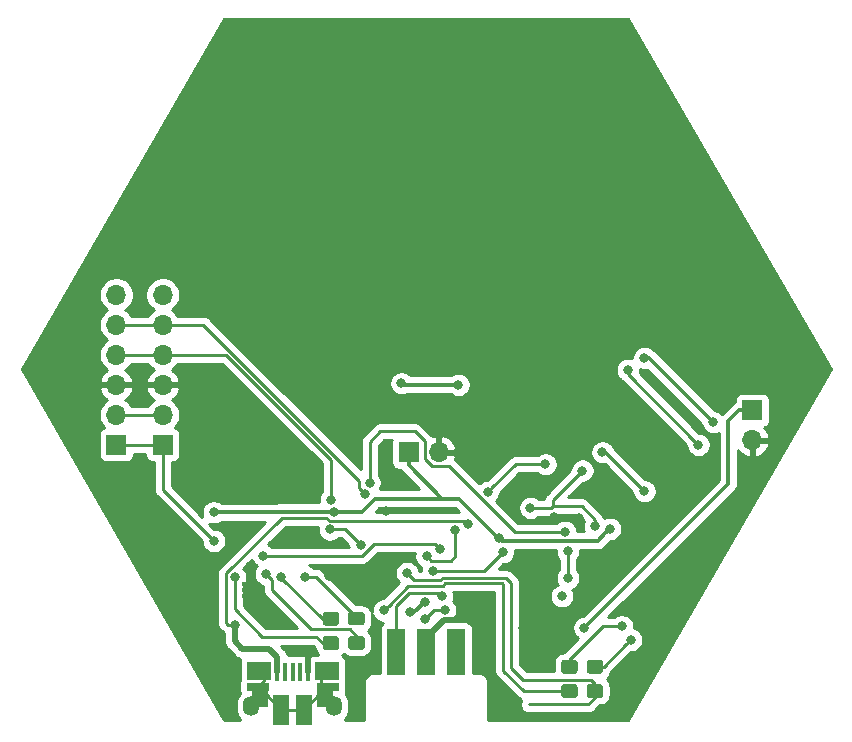
<source format=gtl>
G04 #@! TF.GenerationSoftware,KiCad,Pcbnew,(5.1.5)-3*
G04 #@! TF.CreationDate,2020-06-11T14:27:06+02:00*
G04 #@! TF.ProjectId,Power_module_v0,506f7765-725f-46d6-9f64-756c655f7630,rev?*
G04 #@! TF.SameCoordinates,Original*
G04 #@! TF.FileFunction,Copper,L1,Top*
G04 #@! TF.FilePolarity,Positive*
%FSLAX46Y46*%
G04 Gerber Fmt 4.6, Leading zero omitted, Abs format (unit mm)*
G04 Created by KiCad (PCBNEW (5.1.5)-3) date 2020-06-11 14:27:06*
%MOMM*%
%LPD*%
G04 APERTURE LIST*
%ADD10C,0.100000*%
%ADD11R,1.700000X1.700000*%
%ADD12O,1.700000X1.700000*%
%ADD13R,1.430000X2.500000*%
%ADD14R,2.000000X1.500000*%
%ADD15R,1.350000X2.000000*%
%ADD16R,0.400000X1.650000*%
%ADD17O,1.350000X1.700000*%
%ADD18O,1.100000X1.500000*%
%ADD19R,1.825000X0.700000*%
%ADD20R,1.524000X4.000000*%
%ADD21C,0.400000*%
%ADD22C,0.800000*%
%ADD23C,0.250000*%
%ADD24C,0.500000*%
%ADD25C,0.350000*%
%ADD26C,0.254000*%
G04 APERTURE END LIST*
G04 #@! TA.AperFunction,SMDPad,CuDef*
D10*
G36*
X114901505Y-100536204D02*
G01*
X114925773Y-100539804D01*
X114949572Y-100545765D01*
X114972671Y-100554030D01*
X114994850Y-100564520D01*
X115015893Y-100577132D01*
X115035599Y-100591747D01*
X115053777Y-100608223D01*
X115070253Y-100626401D01*
X115084868Y-100646107D01*
X115097480Y-100667150D01*
X115107970Y-100689329D01*
X115116235Y-100712428D01*
X115122196Y-100736227D01*
X115125796Y-100760495D01*
X115127000Y-100784999D01*
X115127000Y-101435001D01*
X115125796Y-101459505D01*
X115122196Y-101483773D01*
X115116235Y-101507572D01*
X115107970Y-101530671D01*
X115097480Y-101552850D01*
X115084868Y-101573893D01*
X115070253Y-101593599D01*
X115053777Y-101611777D01*
X115035599Y-101628253D01*
X115015893Y-101642868D01*
X114994850Y-101655480D01*
X114972671Y-101665970D01*
X114949572Y-101674235D01*
X114925773Y-101680196D01*
X114901505Y-101683796D01*
X114877001Y-101685000D01*
X113976999Y-101685000D01*
X113952495Y-101683796D01*
X113928227Y-101680196D01*
X113904428Y-101674235D01*
X113881329Y-101665970D01*
X113859150Y-101655480D01*
X113838107Y-101642868D01*
X113818401Y-101628253D01*
X113800223Y-101611777D01*
X113783747Y-101593599D01*
X113769132Y-101573893D01*
X113756520Y-101552850D01*
X113746030Y-101530671D01*
X113737765Y-101507572D01*
X113731804Y-101483773D01*
X113728204Y-101459505D01*
X113727000Y-101435001D01*
X113727000Y-100784999D01*
X113728204Y-100760495D01*
X113731804Y-100736227D01*
X113737765Y-100712428D01*
X113746030Y-100689329D01*
X113756520Y-100667150D01*
X113769132Y-100646107D01*
X113783747Y-100626401D01*
X113800223Y-100608223D01*
X113818401Y-100591747D01*
X113838107Y-100577132D01*
X113859150Y-100564520D01*
X113881329Y-100554030D01*
X113904428Y-100545765D01*
X113928227Y-100539804D01*
X113952495Y-100536204D01*
X113976999Y-100535000D01*
X114877001Y-100535000D01*
X114901505Y-100536204D01*
G37*
G04 #@! TD.AperFunction*
G04 #@! TA.AperFunction,SMDPad,CuDef*
G36*
X114901505Y-98486204D02*
G01*
X114925773Y-98489804D01*
X114949572Y-98495765D01*
X114972671Y-98504030D01*
X114994850Y-98514520D01*
X115015893Y-98527132D01*
X115035599Y-98541747D01*
X115053777Y-98558223D01*
X115070253Y-98576401D01*
X115084868Y-98596107D01*
X115097480Y-98617150D01*
X115107970Y-98639329D01*
X115116235Y-98662428D01*
X115122196Y-98686227D01*
X115125796Y-98710495D01*
X115127000Y-98734999D01*
X115127000Y-99385001D01*
X115125796Y-99409505D01*
X115122196Y-99433773D01*
X115116235Y-99457572D01*
X115107970Y-99480671D01*
X115097480Y-99502850D01*
X115084868Y-99523893D01*
X115070253Y-99543599D01*
X115053777Y-99561777D01*
X115035599Y-99578253D01*
X115015893Y-99592868D01*
X114994850Y-99605480D01*
X114972671Y-99615970D01*
X114949572Y-99624235D01*
X114925773Y-99630196D01*
X114901505Y-99633796D01*
X114877001Y-99635000D01*
X113976999Y-99635000D01*
X113952495Y-99633796D01*
X113928227Y-99630196D01*
X113904428Y-99624235D01*
X113881329Y-99615970D01*
X113859150Y-99605480D01*
X113838107Y-99592868D01*
X113818401Y-99578253D01*
X113800223Y-99561777D01*
X113783747Y-99543599D01*
X113769132Y-99523893D01*
X113756520Y-99502850D01*
X113746030Y-99480671D01*
X113737765Y-99457572D01*
X113731804Y-99433773D01*
X113728204Y-99409505D01*
X113727000Y-99385001D01*
X113727000Y-98734999D01*
X113728204Y-98710495D01*
X113731804Y-98686227D01*
X113737765Y-98662428D01*
X113746030Y-98639329D01*
X113756520Y-98617150D01*
X113769132Y-98596107D01*
X113783747Y-98576401D01*
X113800223Y-98558223D01*
X113818401Y-98541747D01*
X113838107Y-98527132D01*
X113859150Y-98514520D01*
X113881329Y-98504030D01*
X113904428Y-98495765D01*
X113928227Y-98489804D01*
X113952495Y-98486204D01*
X113976999Y-98485000D01*
X114877001Y-98485000D01*
X114901505Y-98486204D01*
G37*
G04 #@! TD.AperFunction*
G04 #@! TA.AperFunction,SMDPad,CuDef*
G36*
X117060505Y-100527204D02*
G01*
X117084773Y-100530804D01*
X117108572Y-100536765D01*
X117131671Y-100545030D01*
X117153850Y-100555520D01*
X117174893Y-100568132D01*
X117194599Y-100582747D01*
X117212777Y-100599223D01*
X117229253Y-100617401D01*
X117243868Y-100637107D01*
X117256480Y-100658150D01*
X117266970Y-100680329D01*
X117275235Y-100703428D01*
X117281196Y-100727227D01*
X117284796Y-100751495D01*
X117286000Y-100775999D01*
X117286000Y-101426001D01*
X117284796Y-101450505D01*
X117281196Y-101474773D01*
X117275235Y-101498572D01*
X117266970Y-101521671D01*
X117256480Y-101543850D01*
X117243868Y-101564893D01*
X117229253Y-101584599D01*
X117212777Y-101602777D01*
X117194599Y-101619253D01*
X117174893Y-101633868D01*
X117153850Y-101646480D01*
X117131671Y-101656970D01*
X117108572Y-101665235D01*
X117084773Y-101671196D01*
X117060505Y-101674796D01*
X117036001Y-101676000D01*
X116135999Y-101676000D01*
X116111495Y-101674796D01*
X116087227Y-101671196D01*
X116063428Y-101665235D01*
X116040329Y-101656970D01*
X116018150Y-101646480D01*
X115997107Y-101633868D01*
X115977401Y-101619253D01*
X115959223Y-101602777D01*
X115942747Y-101584599D01*
X115928132Y-101564893D01*
X115915520Y-101543850D01*
X115905030Y-101521671D01*
X115896765Y-101498572D01*
X115890804Y-101474773D01*
X115887204Y-101450505D01*
X115886000Y-101426001D01*
X115886000Y-100775999D01*
X115887204Y-100751495D01*
X115890804Y-100727227D01*
X115896765Y-100703428D01*
X115905030Y-100680329D01*
X115915520Y-100658150D01*
X115928132Y-100637107D01*
X115942747Y-100617401D01*
X115959223Y-100599223D01*
X115977401Y-100582747D01*
X115997107Y-100568132D01*
X116018150Y-100555520D01*
X116040329Y-100545030D01*
X116063428Y-100536765D01*
X116087227Y-100530804D01*
X116111495Y-100527204D01*
X116135999Y-100526000D01*
X117036001Y-100526000D01*
X117060505Y-100527204D01*
G37*
G04 #@! TD.AperFunction*
G04 #@! TA.AperFunction,SMDPad,CuDef*
G36*
X117060505Y-98477204D02*
G01*
X117084773Y-98480804D01*
X117108572Y-98486765D01*
X117131671Y-98495030D01*
X117153850Y-98505520D01*
X117174893Y-98518132D01*
X117194599Y-98532747D01*
X117212777Y-98549223D01*
X117229253Y-98567401D01*
X117243868Y-98587107D01*
X117256480Y-98608150D01*
X117266970Y-98630329D01*
X117275235Y-98653428D01*
X117281196Y-98677227D01*
X117284796Y-98701495D01*
X117286000Y-98725999D01*
X117286000Y-99376001D01*
X117284796Y-99400505D01*
X117281196Y-99424773D01*
X117275235Y-99448572D01*
X117266970Y-99471671D01*
X117256480Y-99493850D01*
X117243868Y-99514893D01*
X117229253Y-99534599D01*
X117212777Y-99552777D01*
X117194599Y-99569253D01*
X117174893Y-99583868D01*
X117153850Y-99596480D01*
X117131671Y-99606970D01*
X117108572Y-99615235D01*
X117084773Y-99621196D01*
X117060505Y-99624796D01*
X117036001Y-99626000D01*
X116135999Y-99626000D01*
X116111495Y-99624796D01*
X116087227Y-99621196D01*
X116063428Y-99615235D01*
X116040329Y-99606970D01*
X116018150Y-99596480D01*
X115997107Y-99583868D01*
X115977401Y-99569253D01*
X115959223Y-99552777D01*
X115942747Y-99534599D01*
X115928132Y-99514893D01*
X115915520Y-99493850D01*
X115905030Y-99471671D01*
X115896765Y-99448572D01*
X115890804Y-99424773D01*
X115887204Y-99400505D01*
X115886000Y-99376001D01*
X115886000Y-98725999D01*
X115887204Y-98701495D01*
X115890804Y-98677227D01*
X115896765Y-98653428D01*
X115905030Y-98630329D01*
X115915520Y-98608150D01*
X115928132Y-98587107D01*
X115942747Y-98567401D01*
X115959223Y-98549223D01*
X115977401Y-98532747D01*
X115997107Y-98518132D01*
X116018150Y-98505520D01*
X116040329Y-98495030D01*
X116063428Y-98486765D01*
X116087227Y-98480804D01*
X116111495Y-98477204D01*
X116135999Y-98476000D01*
X117036001Y-98476000D01*
X117060505Y-98477204D01*
G37*
G04 #@! TD.AperFunction*
G04 #@! TA.AperFunction,SMDPad,CuDef*
G36*
X135094505Y-104600204D02*
G01*
X135118773Y-104603804D01*
X135142572Y-104609765D01*
X135165671Y-104618030D01*
X135187850Y-104628520D01*
X135208893Y-104641132D01*
X135228599Y-104655747D01*
X135246777Y-104672223D01*
X135263253Y-104690401D01*
X135277868Y-104710107D01*
X135290480Y-104731150D01*
X135300970Y-104753329D01*
X135309235Y-104776428D01*
X135315196Y-104800227D01*
X135318796Y-104824495D01*
X135320000Y-104848999D01*
X135320000Y-105499001D01*
X135318796Y-105523505D01*
X135315196Y-105547773D01*
X135309235Y-105571572D01*
X135300970Y-105594671D01*
X135290480Y-105616850D01*
X135277868Y-105637893D01*
X135263253Y-105657599D01*
X135246777Y-105675777D01*
X135228599Y-105692253D01*
X135208893Y-105706868D01*
X135187850Y-105719480D01*
X135165671Y-105729970D01*
X135142572Y-105738235D01*
X135118773Y-105744196D01*
X135094505Y-105747796D01*
X135070001Y-105749000D01*
X134169999Y-105749000D01*
X134145495Y-105747796D01*
X134121227Y-105744196D01*
X134097428Y-105738235D01*
X134074329Y-105729970D01*
X134052150Y-105719480D01*
X134031107Y-105706868D01*
X134011401Y-105692253D01*
X133993223Y-105675777D01*
X133976747Y-105657599D01*
X133962132Y-105637893D01*
X133949520Y-105616850D01*
X133939030Y-105594671D01*
X133930765Y-105571572D01*
X133924804Y-105547773D01*
X133921204Y-105523505D01*
X133920000Y-105499001D01*
X133920000Y-104848999D01*
X133921204Y-104824495D01*
X133924804Y-104800227D01*
X133930765Y-104776428D01*
X133939030Y-104753329D01*
X133949520Y-104731150D01*
X133962132Y-104710107D01*
X133976747Y-104690401D01*
X133993223Y-104672223D01*
X134011401Y-104655747D01*
X134031107Y-104641132D01*
X134052150Y-104628520D01*
X134074329Y-104618030D01*
X134097428Y-104609765D01*
X134121227Y-104603804D01*
X134145495Y-104600204D01*
X134169999Y-104599000D01*
X135070001Y-104599000D01*
X135094505Y-104600204D01*
G37*
G04 #@! TD.AperFunction*
G04 #@! TA.AperFunction,SMDPad,CuDef*
G36*
X135094505Y-102550204D02*
G01*
X135118773Y-102553804D01*
X135142572Y-102559765D01*
X135165671Y-102568030D01*
X135187850Y-102578520D01*
X135208893Y-102591132D01*
X135228599Y-102605747D01*
X135246777Y-102622223D01*
X135263253Y-102640401D01*
X135277868Y-102660107D01*
X135290480Y-102681150D01*
X135300970Y-102703329D01*
X135309235Y-102726428D01*
X135315196Y-102750227D01*
X135318796Y-102774495D01*
X135320000Y-102798999D01*
X135320000Y-103449001D01*
X135318796Y-103473505D01*
X135315196Y-103497773D01*
X135309235Y-103521572D01*
X135300970Y-103544671D01*
X135290480Y-103566850D01*
X135277868Y-103587893D01*
X135263253Y-103607599D01*
X135246777Y-103625777D01*
X135228599Y-103642253D01*
X135208893Y-103656868D01*
X135187850Y-103669480D01*
X135165671Y-103679970D01*
X135142572Y-103688235D01*
X135118773Y-103694196D01*
X135094505Y-103697796D01*
X135070001Y-103699000D01*
X134169999Y-103699000D01*
X134145495Y-103697796D01*
X134121227Y-103694196D01*
X134097428Y-103688235D01*
X134074329Y-103679970D01*
X134052150Y-103669480D01*
X134031107Y-103656868D01*
X134011401Y-103642253D01*
X133993223Y-103625777D01*
X133976747Y-103607599D01*
X133962132Y-103587893D01*
X133949520Y-103566850D01*
X133939030Y-103544671D01*
X133930765Y-103521572D01*
X133924804Y-103497773D01*
X133921204Y-103473505D01*
X133920000Y-103449001D01*
X133920000Y-102798999D01*
X133921204Y-102774495D01*
X133924804Y-102750227D01*
X133930765Y-102726428D01*
X133939030Y-102703329D01*
X133949520Y-102681150D01*
X133962132Y-102660107D01*
X133976747Y-102640401D01*
X133993223Y-102622223D01*
X134011401Y-102605747D01*
X134031107Y-102591132D01*
X134052150Y-102578520D01*
X134074329Y-102568030D01*
X134097428Y-102559765D01*
X134121227Y-102553804D01*
X134145495Y-102550204D01*
X134169999Y-102549000D01*
X135070001Y-102549000D01*
X135094505Y-102550204D01*
G37*
G04 #@! TD.AperFunction*
G04 #@! TA.AperFunction,SMDPad,CuDef*
G36*
X137253505Y-104600204D02*
G01*
X137277773Y-104603804D01*
X137301572Y-104609765D01*
X137324671Y-104618030D01*
X137346850Y-104628520D01*
X137367893Y-104641132D01*
X137387599Y-104655747D01*
X137405777Y-104672223D01*
X137422253Y-104690401D01*
X137436868Y-104710107D01*
X137449480Y-104731150D01*
X137459970Y-104753329D01*
X137468235Y-104776428D01*
X137474196Y-104800227D01*
X137477796Y-104824495D01*
X137479000Y-104848999D01*
X137479000Y-105499001D01*
X137477796Y-105523505D01*
X137474196Y-105547773D01*
X137468235Y-105571572D01*
X137459970Y-105594671D01*
X137449480Y-105616850D01*
X137436868Y-105637893D01*
X137422253Y-105657599D01*
X137405777Y-105675777D01*
X137387599Y-105692253D01*
X137367893Y-105706868D01*
X137346850Y-105719480D01*
X137324671Y-105729970D01*
X137301572Y-105738235D01*
X137277773Y-105744196D01*
X137253505Y-105747796D01*
X137229001Y-105749000D01*
X136328999Y-105749000D01*
X136304495Y-105747796D01*
X136280227Y-105744196D01*
X136256428Y-105738235D01*
X136233329Y-105729970D01*
X136211150Y-105719480D01*
X136190107Y-105706868D01*
X136170401Y-105692253D01*
X136152223Y-105675777D01*
X136135747Y-105657599D01*
X136121132Y-105637893D01*
X136108520Y-105616850D01*
X136098030Y-105594671D01*
X136089765Y-105571572D01*
X136083804Y-105547773D01*
X136080204Y-105523505D01*
X136079000Y-105499001D01*
X136079000Y-104848999D01*
X136080204Y-104824495D01*
X136083804Y-104800227D01*
X136089765Y-104776428D01*
X136098030Y-104753329D01*
X136108520Y-104731150D01*
X136121132Y-104710107D01*
X136135747Y-104690401D01*
X136152223Y-104672223D01*
X136170401Y-104655747D01*
X136190107Y-104641132D01*
X136211150Y-104628520D01*
X136233329Y-104618030D01*
X136256428Y-104609765D01*
X136280227Y-104603804D01*
X136304495Y-104600204D01*
X136328999Y-104599000D01*
X137229001Y-104599000D01*
X137253505Y-104600204D01*
G37*
G04 #@! TD.AperFunction*
G04 #@! TA.AperFunction,SMDPad,CuDef*
G36*
X137253505Y-102550204D02*
G01*
X137277773Y-102553804D01*
X137301572Y-102559765D01*
X137324671Y-102568030D01*
X137346850Y-102578520D01*
X137367893Y-102591132D01*
X137387599Y-102605747D01*
X137405777Y-102622223D01*
X137422253Y-102640401D01*
X137436868Y-102660107D01*
X137449480Y-102681150D01*
X137459970Y-102703329D01*
X137468235Y-102726428D01*
X137474196Y-102750227D01*
X137477796Y-102774495D01*
X137479000Y-102798999D01*
X137479000Y-103449001D01*
X137477796Y-103473505D01*
X137474196Y-103497773D01*
X137468235Y-103521572D01*
X137459970Y-103544671D01*
X137449480Y-103566850D01*
X137436868Y-103587893D01*
X137422253Y-103607599D01*
X137405777Y-103625777D01*
X137387599Y-103642253D01*
X137367893Y-103656868D01*
X137346850Y-103669480D01*
X137324671Y-103679970D01*
X137301572Y-103688235D01*
X137277773Y-103694196D01*
X137253505Y-103697796D01*
X137229001Y-103699000D01*
X136328999Y-103699000D01*
X136304495Y-103697796D01*
X136280227Y-103694196D01*
X136256428Y-103688235D01*
X136233329Y-103679970D01*
X136211150Y-103669480D01*
X136190107Y-103656868D01*
X136170401Y-103642253D01*
X136152223Y-103625777D01*
X136135747Y-103607599D01*
X136121132Y-103587893D01*
X136108520Y-103566850D01*
X136098030Y-103544671D01*
X136089765Y-103521572D01*
X136083804Y-103497773D01*
X136080204Y-103473505D01*
X136079000Y-103449001D01*
X136079000Y-102798999D01*
X136080204Y-102774495D01*
X136083804Y-102750227D01*
X136089765Y-102726428D01*
X136098030Y-102703329D01*
X136108520Y-102681150D01*
X136121132Y-102660107D01*
X136135747Y-102640401D01*
X136152223Y-102622223D01*
X136170401Y-102605747D01*
X136190107Y-102591132D01*
X136211150Y-102578520D01*
X136233329Y-102568030D01*
X136256428Y-102559765D01*
X136280227Y-102553804D01*
X136304495Y-102550204D01*
X136328999Y-102549000D01*
X137229001Y-102549000D01*
X137253505Y-102550204D01*
G37*
G04 #@! TD.AperFunction*
D11*
X150114000Y-81407000D03*
D12*
X150114000Y-83947000D03*
D13*
X110228900Y-106746740D03*
D14*
X108338900Y-103496740D03*
D15*
X113938900Y-105546740D03*
X108458900Y-105546740D03*
D16*
X111188900Y-103596740D03*
D17*
X114688900Y-106476740D03*
D18*
X108768900Y-103476740D03*
X113608900Y-103476740D03*
D16*
X112488900Y-103596740D03*
X111838900Y-103596740D03*
D19*
X114188900Y-104796740D03*
D16*
X109888900Y-103596740D03*
D14*
X114088900Y-103476740D03*
D19*
X108238900Y-104796740D03*
D16*
X110538900Y-103596740D03*
D17*
X107688900Y-106476740D03*
D13*
X112148900Y-106746740D03*
D12*
X123571000Y-84963000D03*
D11*
X121031000Y-84963000D03*
X96266000Y-84328000D03*
D12*
X96266000Y-81788000D03*
X96266000Y-79248000D03*
X96266000Y-76708000D03*
X96266000Y-74168000D03*
X96266000Y-71628000D03*
X100203000Y-71628000D03*
X100203000Y-74168000D03*
X100203000Y-76708000D03*
X100203000Y-79248000D03*
X100203000Y-81788000D03*
D11*
X100203000Y-84328000D03*
D20*
X125049280Y-101912420D03*
X122509280Y-101912420D03*
X119969280Y-101912420D03*
D21*
X107569000Y-97155000D03*
X107061000Y-97155000D03*
X107569000Y-96647000D03*
X107061000Y-96647000D03*
X107569000Y-96139000D03*
X107061000Y-96139000D03*
X136906000Y-89154000D03*
X137414000Y-89154000D03*
X137922000Y-89154000D03*
X137922000Y-88646000D03*
X137414000Y-88646000D03*
X136906000Y-88646000D03*
X136398000Y-88646000D03*
X136398000Y-88138000D03*
X136906000Y-88138000D03*
X137414000Y-88138000D03*
X137922000Y-88138000D03*
X137922000Y-87630000D03*
X137414000Y-87630000D03*
X136906000Y-87630000D03*
X136398000Y-87630000D03*
D22*
X130429000Y-94869000D03*
X140208000Y-90932000D03*
X112522000Y-101854000D03*
X127221979Y-99568000D03*
X132715000Y-83693000D03*
X139446000Y-83693000D03*
X142367000Y-89408000D03*
X133350000Y-90424000D03*
X130683000Y-99822000D03*
X119126000Y-87249000D03*
X118999000Y-85217000D03*
X114300000Y-95453200D03*
X116687600Y-95910400D03*
X135402499Y-90505176D03*
X105850543Y-92125223D03*
X143256000Y-85471000D03*
X142621000Y-84582000D03*
X143637000Y-84582000D03*
X144399000Y-85471000D03*
X142113000Y-85471000D03*
X118872000Y-69723000D03*
X131191000Y-69342000D03*
X106680000Y-50673000D03*
X137541000Y-50927000D03*
X111887000Y-57150000D03*
X126238000Y-57277000D03*
X135636000Y-61722000D03*
X123063000Y-62357000D03*
X115697000Y-61976000D03*
X107061000Y-65278000D03*
X112903000Y-72771000D03*
X112903000Y-77978000D03*
X123063000Y-73787000D03*
X132588000Y-75438000D03*
X145161000Y-71120000D03*
X143256000Y-69088000D03*
X137795000Y-65786000D03*
X140335000Y-60579000D03*
X135128000Y-54991000D03*
X122428000Y-50927000D03*
X118110000Y-56388000D03*
X100711000Y-64516000D03*
X108458000Y-73660000D03*
X104394000Y-69977000D03*
X105664000Y-79502000D03*
X106934000Y-83820000D03*
X98171000Y-90043000D03*
X96266000Y-87630000D03*
X100203000Y-93218000D03*
X104394000Y-101981000D03*
X116840000Y-103124000D03*
X119126000Y-89916000D03*
X112141000Y-92583000D03*
X141097000Y-103124000D03*
X148082000Y-92075000D03*
X150241000Y-87249000D03*
X153543000Y-78867000D03*
X146685000Y-77724000D03*
X114554000Y-82296000D03*
X123571000Y-81788000D03*
X92329000Y-75819000D03*
X91948000Y-79375000D03*
X101981000Y-87376000D03*
X129159000Y-63119000D03*
X125603000Y-68199000D03*
X137541000Y-71247000D03*
X133858000Y-79629000D03*
X127381000Y-84836000D03*
X107569000Y-94615000D03*
X104013000Y-93726000D03*
X102870000Y-93472000D03*
X102489000Y-92329000D03*
X101854000Y-93472000D03*
X100965000Y-94107000D03*
X101219000Y-92456000D03*
X106290000Y-99568000D03*
X132588000Y-85979000D03*
X127711200Y-88341200D03*
X126034800Y-91033600D03*
X138049000Y-91440000D03*
X128651000Y-92202000D03*
X104521000Y-90043000D03*
X114680996Y-90043000D03*
X135890000Y-99822000D03*
X146812000Y-82423000D03*
X140970000Y-76962000D03*
X125222000Y-79248000D03*
X120396000Y-79121000D03*
X122359930Y-97600033D03*
X121146637Y-98485063D03*
X135728996Y-86519010D03*
X131318000Y-89662000D03*
X136795409Y-91225751D03*
X106299000Y-95546998D03*
X110236000Y-95486000D03*
X112268000Y-95486000D03*
X118911000Y-98354002D03*
X139065010Y-99695000D03*
X120890990Y-95202315D03*
X139827000Y-100838000D03*
X123825012Y-97155000D03*
X124079000Y-98298000D03*
X122411854Y-99050045D03*
X123647200Y-93116396D03*
X108712000Y-93725998D03*
X104521000Y-92456000D03*
X114427000Y-89027000D03*
X114336990Y-91493011D03*
X116950042Y-92803246D03*
X117348000Y-88519000D03*
X128981200Y-93421200D03*
X123083045Y-95019937D03*
X140970000Y-88265000D03*
X137413980Y-84963000D03*
X133985000Y-97155000D03*
X134493000Y-95631000D03*
X134493000Y-93345000D03*
X117703600Y-87528400D03*
X134239000Y-91693988D03*
X145542000Y-84328000D03*
X139573000Y-77978000D03*
X124974150Y-91503988D03*
X122529600Y-93776800D03*
X108922075Y-95264818D03*
D23*
X96266000Y-79248000D02*
X100203000Y-79248000D01*
D24*
X112488900Y-101887100D02*
X112522000Y-101854000D01*
X112488900Y-103596740D02*
X112488900Y-101887100D01*
X124015699Y-99168001D02*
X126821980Y-99168001D01*
X122509280Y-100674420D02*
X124015699Y-99168001D01*
X126821980Y-99168001D02*
X127221979Y-99568000D01*
X122509280Y-101912420D02*
X122509280Y-100674420D01*
D23*
X119126000Y-87249000D02*
X119126000Y-85344000D01*
X119126000Y-85344000D02*
X118999000Y-85217000D01*
X114300000Y-95453200D02*
X116230400Y-95453200D01*
X116230400Y-95453200D02*
X116687600Y-95910400D01*
X135321323Y-90424000D02*
X135402499Y-90505176D01*
X133350000Y-90424000D02*
X135321323Y-90424000D01*
X106290000Y-99686000D02*
X106290000Y-99568000D01*
D24*
X109888900Y-102271740D02*
X109217160Y-101600000D01*
X109888900Y-103596740D02*
X109888900Y-102271740D01*
X109217160Y-101600000D02*
X106934000Y-101600000D01*
X106290000Y-100956000D02*
X106290000Y-99568000D01*
X106934000Y-101600000D02*
X106290000Y-100956000D01*
D23*
X128111199Y-87941201D02*
X127711200Y-88341200D01*
X132588000Y-85979000D02*
X130073400Y-85979000D01*
X130073400Y-85979000D02*
X128111199Y-87941201D01*
X105573999Y-99426999D02*
X105573999Y-95198997D01*
X114058008Y-90493010D02*
X114333002Y-90768004D01*
X110279986Y-90493010D02*
X114058008Y-90493010D01*
X106290000Y-99568000D02*
X105715000Y-99568000D01*
X105715000Y-99568000D02*
X105573999Y-99426999D01*
X114333002Y-90768004D02*
X125769204Y-90768004D01*
X125769204Y-90768004D02*
X126034800Y-91033600D01*
X105573999Y-95198997D02*
X110279986Y-90493010D01*
D25*
X121031000Y-84963000D02*
X121031000Y-86063000D01*
D23*
X128646531Y-92197531D02*
X128651000Y-92202000D01*
D25*
X121031000Y-86063000D02*
X123825000Y-88900000D01*
D23*
X128519531Y-92197531D02*
X128646531Y-92197531D01*
X128646531Y-92197531D02*
X128905000Y-92456000D01*
D25*
X110022874Y-90043000D02*
X110072875Y-89992999D01*
X110072875Y-89992999D02*
X117101001Y-89992999D01*
X104521000Y-90043000D02*
X110022874Y-90043000D01*
X118194000Y-88900000D02*
X123825000Y-88900000D01*
X117101001Y-89992999D02*
X118194000Y-88900000D01*
X128519531Y-92117327D02*
X128519531Y-92197531D01*
X123825000Y-88900000D02*
X125302204Y-88900000D01*
X125302204Y-88900000D02*
X128519531Y-92117327D01*
X137649001Y-91839999D02*
X138049000Y-91440000D01*
X133866999Y-92469013D02*
X137019987Y-92469013D01*
X137019987Y-92469013D02*
X137649001Y-91839999D01*
X128905000Y-92456000D02*
X133853986Y-92456000D01*
X133853986Y-92456000D02*
X133866999Y-92469013D01*
X136289999Y-99422001D02*
X135890000Y-99822000D01*
X150114000Y-81407000D02*
X149014000Y-81407000D01*
X148082000Y-87630000D02*
X136289999Y-99422001D01*
X148082000Y-82339000D02*
X148082000Y-87630000D01*
X149014000Y-81407000D02*
X148082000Y-82339000D01*
X146812000Y-82423000D02*
X141351000Y-76962000D01*
X141351000Y-76962000D02*
X140970000Y-76962000D01*
X125222000Y-79248000D02*
X124656315Y-79248000D01*
X124656315Y-79248000D02*
X120523000Y-79248000D01*
D23*
X120523000Y-79248000D02*
X120396000Y-79121000D01*
X97468081Y-81788000D02*
X100203000Y-81788000D01*
X96266000Y-81788000D02*
X97468081Y-81788000D01*
D25*
X122359930Y-97600033D02*
X121474900Y-98485063D01*
D23*
X121474900Y-98485063D02*
X121146637Y-98485063D01*
X133223000Y-89025006D02*
X135728996Y-86519010D01*
X133223000Y-89535000D02*
X133223000Y-89025006D01*
X133096000Y-89662000D02*
X131883685Y-89662000D01*
X131883685Y-89662000D02*
X131318000Y-89662000D01*
X133223000Y-89535000D02*
X133096000Y-89662000D01*
X136795409Y-90660066D02*
X136795409Y-91225751D01*
X133223000Y-89535000D02*
X135670344Y-89535000D01*
X135670344Y-89535000D02*
X136795409Y-90660066D01*
X106299000Y-98272600D02*
X106299000Y-95546998D01*
X113201000Y-100584000D02*
X108610400Y-100584000D01*
X114427000Y-101110000D02*
X113727000Y-101110000D01*
X108610400Y-100584000D02*
X106299000Y-98272600D01*
X113727000Y-101110000D02*
X113201000Y-100584000D01*
X110236000Y-95569000D02*
X110236000Y-95486000D01*
X113727000Y-99060000D02*
X110236000Y-95569000D01*
X114427000Y-99060000D02*
X113727000Y-99060000D01*
X113164400Y-95486000D02*
X112268000Y-95486000D01*
X116586000Y-99051000D02*
X116586000Y-98907600D01*
X116586000Y-98907600D02*
X113164400Y-95486000D01*
X119310999Y-97954003D02*
X118911000Y-98354002D01*
X120999002Y-96266000D02*
X119310999Y-97954003D01*
X123883413Y-96266000D02*
X120999002Y-96266000D01*
X129032000Y-96139000D02*
X128937012Y-96044012D01*
X128937012Y-96044012D02*
X124105401Y-96044012D01*
X134620000Y-105174000D02*
X130763810Y-105174000D01*
X124105401Y-96044012D02*
X123883413Y-96266000D01*
X129032000Y-103442190D02*
X129032000Y-96139000D01*
X130763810Y-105174000D02*
X129032000Y-103442190D01*
X138499325Y-99695000D02*
X139065010Y-99695000D01*
X137474000Y-99695000D02*
X138499325Y-99695000D01*
X134620000Y-102549000D02*
X137474000Y-99695000D01*
X134620000Y-103124000D02*
X134620000Y-102549000D01*
X136779000Y-105749000D02*
X136229000Y-106299000D01*
X136779000Y-105174000D02*
X136779000Y-105749000D01*
X136229000Y-106299000D02*
X131191000Y-106299000D01*
X136453990Y-104273990D02*
X130689990Y-104273990D01*
X129667000Y-103251000D02*
X129667000Y-96012000D01*
X129667000Y-96012000D02*
X129249001Y-95594001D01*
X123919001Y-95594001D02*
X123697013Y-95815989D01*
X121290989Y-95602314D02*
X120890990Y-95202315D01*
X121504664Y-95815989D02*
X121290989Y-95602314D01*
X123697013Y-95815989D02*
X121504664Y-95815989D01*
X130689990Y-104273990D02*
X129667000Y-103251000D01*
X136779000Y-104599000D02*
X136453990Y-104273990D01*
X136779000Y-105174000D02*
X136779000Y-104599000D01*
X129249001Y-95594001D02*
X123919001Y-95594001D01*
X137541000Y-103124000D02*
X139427001Y-101237999D01*
X136779000Y-103124000D02*
X137541000Y-103124000D01*
X139427001Y-101237999D02*
X139827000Y-100838000D01*
X121056977Y-96875023D02*
X119969280Y-97962720D01*
X119969280Y-97962720D02*
X119969280Y-101912420D01*
X123545035Y-96875023D02*
X121056977Y-96875023D01*
X123825012Y-97155000D02*
X123545035Y-96875023D01*
X124079000Y-98298000D02*
X123163899Y-98298000D01*
X123163899Y-98298000D02*
X122411854Y-99050045D01*
X113608900Y-103476740D02*
X114088900Y-103476740D01*
X114688900Y-106296740D02*
X113938900Y-105546740D01*
X114688900Y-106476740D02*
X114688900Y-106296740D01*
X107688900Y-106316740D02*
X108458900Y-105546740D01*
X107688900Y-106476740D02*
X107688900Y-106316740D01*
X108748900Y-103496740D02*
X108768900Y-103476740D01*
X108338900Y-103496740D02*
X108748900Y-103496740D01*
X108768900Y-104266740D02*
X108238900Y-104796740D01*
X108768900Y-103476740D02*
X108768900Y-104266740D01*
X109028900Y-105546740D02*
X110228900Y-106746740D01*
X108458900Y-105546740D02*
X109028900Y-105546740D01*
X110228900Y-106746740D02*
X112148900Y-106746740D01*
X113348900Y-105546740D02*
X112148900Y-106746740D01*
X113938900Y-105546740D02*
X113348900Y-105546740D01*
X113608900Y-105216740D02*
X113938900Y-105546740D01*
X113608900Y-103476740D02*
X113608900Y-105216740D01*
X97466000Y-84328000D02*
X100203000Y-84328000D01*
X96266000Y-84328000D02*
X97466000Y-84328000D01*
X117100292Y-93725998D02*
X109277685Y-93725998D01*
X109277685Y-93725998D02*
X108712000Y-93725998D01*
X118109893Y-92716397D02*
X117100292Y-93725998D01*
X123247201Y-92716397D02*
X118109893Y-92716397D01*
X123647200Y-93116396D02*
X123247201Y-92716397D01*
X100203000Y-84328000D02*
X100203000Y-88138000D01*
X100203000Y-88138000D02*
X104121001Y-92056001D01*
X104121001Y-92056001D02*
X104521000Y-92456000D01*
X96266000Y-76708000D02*
X100203000Y-76708000D01*
X114427000Y-89027000D02*
X114427000Y-85598000D01*
X105537000Y-76708000D02*
X100203000Y-76708000D01*
X114427000Y-85598000D02*
X105537000Y-76708000D01*
X115639807Y-91493011D02*
X116950042Y-92803246D01*
X114336990Y-91493011D02*
X115639807Y-91493011D01*
X97468081Y-74168000D02*
X100203000Y-74168000D01*
X96266000Y-74168000D02*
X97468081Y-74168000D01*
X116826199Y-87360789D02*
X103633410Y-74168000D01*
X116826199Y-87997199D02*
X116826199Y-87360789D01*
X117348000Y-88519000D02*
X116826199Y-87997199D01*
X101405081Y-74168000D02*
X100203000Y-74168000D01*
X103633410Y-74168000D02*
X101405081Y-74168000D01*
X127382463Y-95019937D02*
X123648730Y-95019937D01*
X128981200Y-93421200D02*
X127382463Y-95019937D01*
X123648730Y-95019937D02*
X123083045Y-95019937D01*
X140970000Y-88265000D02*
X137668000Y-84963000D01*
X137668000Y-84963000D02*
X137413980Y-84963000D01*
X134493000Y-95631000D02*
X134493000Y-93345000D01*
X118618000Y-83185000D02*
X121538002Y-83185000D01*
X124441201Y-86138001D02*
X129997188Y-91693988D01*
X117703600Y-84099400D02*
X118618000Y-83185000D01*
X117703600Y-87528400D02*
X117703600Y-84099400D01*
X129997188Y-91693988D02*
X133673315Y-91693988D01*
X122395999Y-84042997D02*
X122395999Y-85527001D01*
X133673315Y-91693988D02*
X134239000Y-91693988D01*
X122395999Y-85527001D02*
X123006999Y-86138001D01*
X123006999Y-86138001D02*
X124441201Y-86138001D01*
X121538002Y-83185000D02*
X122395999Y-84042997D01*
X139573000Y-78359000D02*
X139573000Y-77978000D01*
X145542000Y-84328000D02*
X139573000Y-78359000D01*
X124574203Y-94176799D02*
X122929599Y-94176799D01*
X124974150Y-91503988D02*
X124974150Y-93776852D01*
X124974150Y-93776852D02*
X124574203Y-94176799D01*
X122929599Y-94176799D02*
X122529600Y-93776800D01*
X116020010Y-99960010D02*
X112787010Y-99960010D01*
X116586000Y-101101000D02*
X116586000Y-100526000D01*
X116586000Y-100526000D02*
X116020010Y-99960010D01*
X112787010Y-99960010D02*
X109474000Y-96647000D01*
X109474000Y-96647000D02*
X109474000Y-95816743D01*
X109474000Y-95816743D02*
X108922075Y-95264818D01*
D26*
G36*
X117993795Y-98844258D02*
G01*
X118107063Y-99013776D01*
X118251226Y-99157939D01*
X118420744Y-99271207D01*
X118609102Y-99349228D01*
X118809061Y-99389002D01*
X118844111Y-99389002D01*
X118756095Y-99461235D01*
X118676743Y-99557926D01*
X118617778Y-99668240D01*
X118581468Y-99787938D01*
X118569208Y-99912420D01*
X118569208Y-103676680D01*
X117959539Y-103676680D01*
X117927120Y-103673487D01*
X117894701Y-103676680D01*
X117797737Y-103686230D01*
X117673327Y-103723970D01*
X117558670Y-103785255D01*
X117458172Y-103867732D01*
X117375695Y-103968230D01*
X117314410Y-104082887D01*
X117276670Y-104207297D01*
X117263927Y-104336680D01*
X117267121Y-104369109D01*
X117267120Y-107592500D01*
X115607546Y-107592500D01*
X115619692Y-107582532D01*
X115783395Y-107383058D01*
X115905038Y-107155480D01*
X115979945Y-106908544D01*
X115998900Y-106716090D01*
X115998900Y-106237389D01*
X115979945Y-106044935D01*
X115905038Y-105797999D01*
X115783395Y-105570422D01*
X115669280Y-105431371D01*
X115690902Y-105390920D01*
X115727212Y-105271222D01*
X115739472Y-105146740D01*
X115739472Y-104446740D01*
X115727212Y-104322258D01*
X115719929Y-104298250D01*
X115726972Y-104226740D01*
X115726972Y-102726740D01*
X115714712Y-102602258D01*
X115678402Y-102482560D01*
X115619437Y-102372246D01*
X115540085Y-102275555D01*
X115443394Y-102196203D01*
X115382360Y-102163579D01*
X115504962Y-102062962D01*
X115510613Y-102056076D01*
X115642613Y-102164405D01*
X115796149Y-102246472D01*
X115962745Y-102297008D01*
X116135999Y-102314072D01*
X117036001Y-102314072D01*
X117209255Y-102297008D01*
X117375851Y-102246472D01*
X117529387Y-102164405D01*
X117663962Y-102053962D01*
X117774405Y-101919387D01*
X117856472Y-101765851D01*
X117907008Y-101599255D01*
X117924072Y-101426001D01*
X117924072Y-100775999D01*
X117907008Y-100602745D01*
X117856472Y-100436149D01*
X117774405Y-100282613D01*
X117663962Y-100148038D01*
X117576184Y-100076000D01*
X117663962Y-100003962D01*
X117774405Y-99869387D01*
X117856472Y-99715851D01*
X117907008Y-99549255D01*
X117924072Y-99376001D01*
X117924072Y-98725999D01*
X117917603Y-98660315D01*
X117993795Y-98844258D01*
G37*
X117993795Y-98844258D02*
X118107063Y-99013776D01*
X118251226Y-99157939D01*
X118420744Y-99271207D01*
X118609102Y-99349228D01*
X118809061Y-99389002D01*
X118844111Y-99389002D01*
X118756095Y-99461235D01*
X118676743Y-99557926D01*
X118617778Y-99668240D01*
X118581468Y-99787938D01*
X118569208Y-99912420D01*
X118569208Y-103676680D01*
X117959539Y-103676680D01*
X117927120Y-103673487D01*
X117894701Y-103676680D01*
X117797737Y-103686230D01*
X117673327Y-103723970D01*
X117558670Y-103785255D01*
X117458172Y-103867732D01*
X117375695Y-103968230D01*
X117314410Y-104082887D01*
X117276670Y-104207297D01*
X117263927Y-104336680D01*
X117267121Y-104369109D01*
X117267120Y-107592500D01*
X115607546Y-107592500D01*
X115619692Y-107582532D01*
X115783395Y-107383058D01*
X115905038Y-107155480D01*
X115979945Y-106908544D01*
X115998900Y-106716090D01*
X115998900Y-106237389D01*
X115979945Y-106044935D01*
X115905038Y-105797999D01*
X115783395Y-105570422D01*
X115669280Y-105431371D01*
X115690902Y-105390920D01*
X115727212Y-105271222D01*
X115739472Y-105146740D01*
X115739472Y-104446740D01*
X115727212Y-104322258D01*
X115719929Y-104298250D01*
X115726972Y-104226740D01*
X115726972Y-102726740D01*
X115714712Y-102602258D01*
X115678402Y-102482560D01*
X115619437Y-102372246D01*
X115540085Y-102275555D01*
X115443394Y-102196203D01*
X115382360Y-102163579D01*
X115504962Y-102062962D01*
X115510613Y-102056076D01*
X115642613Y-102164405D01*
X115796149Y-102246472D01*
X115962745Y-102297008D01*
X116135999Y-102314072D01*
X117036001Y-102314072D01*
X117209255Y-102297008D01*
X117375851Y-102246472D01*
X117529387Y-102164405D01*
X117663962Y-102053962D01*
X117774405Y-101919387D01*
X117856472Y-101765851D01*
X117907008Y-101599255D01*
X117924072Y-101426001D01*
X117924072Y-100775999D01*
X117907008Y-100602745D01*
X117856472Y-100436149D01*
X117774405Y-100282613D01*
X117663962Y-100148038D01*
X117576184Y-100076000D01*
X117663962Y-100003962D01*
X117774405Y-99869387D01*
X117856472Y-99715851D01*
X117907008Y-99549255D01*
X117924072Y-99376001D01*
X117924072Y-98725999D01*
X117917603Y-98660315D01*
X117993795Y-98844258D01*
G36*
X156737896Y-77941800D02*
G01*
X139618951Y-107592500D01*
X127731120Y-107592500D01*
X127731120Y-104369099D01*
X127734313Y-104336680D01*
X127721570Y-104207297D01*
X127683830Y-104082887D01*
X127622545Y-103968230D01*
X127540068Y-103867732D01*
X127439570Y-103785255D01*
X127324913Y-103723970D01*
X127200503Y-103686230D01*
X127103539Y-103676680D01*
X127071120Y-103673487D01*
X127038701Y-103676680D01*
X126449352Y-103676680D01*
X126449352Y-99912420D01*
X126437092Y-99787938D01*
X126400782Y-99668240D01*
X126341817Y-99557926D01*
X126262465Y-99461235D01*
X126165774Y-99381883D01*
X126055460Y-99322918D01*
X125935762Y-99286608D01*
X125811280Y-99274348D01*
X124426473Y-99274348D01*
X124569256Y-99215205D01*
X124738774Y-99101937D01*
X124882937Y-98957774D01*
X124996205Y-98788256D01*
X125074226Y-98599898D01*
X125114000Y-98399939D01*
X125114000Y-98196061D01*
X125074226Y-97996102D01*
X124996205Y-97807744D01*
X124882937Y-97638226D01*
X124785492Y-97540781D01*
X124820238Y-97456898D01*
X124860012Y-97256939D01*
X124860012Y-97053061D01*
X124820238Y-96853102D01*
X124799904Y-96804012D01*
X128272001Y-96804012D01*
X128272000Y-103404867D01*
X128268324Y-103442190D01*
X128272000Y-103479512D01*
X128272000Y-103479522D01*
X128282997Y-103591175D01*
X128323279Y-103723970D01*
X128326454Y-103734436D01*
X128397026Y-103866466D01*
X128410177Y-103882490D01*
X128491999Y-103982191D01*
X128521003Y-104005994D01*
X130200011Y-105685003D01*
X130223809Y-105714001D01*
X130339534Y-105808974D01*
X130471563Y-105879546D01*
X130542024Y-105900920D01*
X130485454Y-106006753D01*
X130441997Y-106150014D01*
X130427323Y-106299000D01*
X130441997Y-106447986D01*
X130485454Y-106591247D01*
X130556026Y-106723276D01*
X130650999Y-106839001D01*
X130766724Y-106933974D01*
X130898753Y-107004546D01*
X131042014Y-107048003D01*
X131153667Y-107059000D01*
X136191678Y-107059000D01*
X136229000Y-107062676D01*
X136266322Y-107059000D01*
X136266333Y-107059000D01*
X136377986Y-107048003D01*
X136521247Y-107004546D01*
X136653276Y-106933974D01*
X136769001Y-106839001D01*
X136792803Y-106809998D01*
X137215731Y-106387072D01*
X137229001Y-106387072D01*
X137402255Y-106370008D01*
X137568851Y-106319472D01*
X137722387Y-106237405D01*
X137856962Y-106126962D01*
X137967405Y-105992387D01*
X138049472Y-105838851D01*
X138100008Y-105672255D01*
X138117072Y-105499001D01*
X138117072Y-104848999D01*
X138100008Y-104675745D01*
X138049472Y-104509149D01*
X137967405Y-104355613D01*
X137856962Y-104221038D01*
X137769184Y-104149000D01*
X137856962Y-104076962D01*
X137967405Y-103942387D01*
X138049472Y-103788851D01*
X138091064Y-103651739D01*
X138104804Y-103634997D01*
X139866802Y-101873000D01*
X139928939Y-101873000D01*
X140128898Y-101833226D01*
X140317256Y-101755205D01*
X140486774Y-101641937D01*
X140630937Y-101497774D01*
X140744205Y-101328256D01*
X140822226Y-101139898D01*
X140862000Y-100939939D01*
X140862000Y-100736061D01*
X140822226Y-100536102D01*
X140744205Y-100347744D01*
X140630937Y-100178226D01*
X140486774Y-100034063D01*
X140317256Y-99920795D01*
X140128898Y-99842774D01*
X140092339Y-99835502D01*
X140100010Y-99796939D01*
X140100010Y-99593061D01*
X140060236Y-99393102D01*
X139982215Y-99204744D01*
X139868947Y-99035226D01*
X139724784Y-98891063D01*
X139555266Y-98777795D01*
X139366908Y-98699774D01*
X139166949Y-98660000D01*
X138963071Y-98660000D01*
X138763112Y-98699774D01*
X138574754Y-98777795D01*
X138405236Y-98891063D01*
X138361299Y-98935000D01*
X137922512Y-98935000D01*
X148626618Y-88230895D01*
X148657528Y-88205528D01*
X148758749Y-88082189D01*
X148833963Y-87941473D01*
X148880280Y-87788788D01*
X148892000Y-87669791D01*
X148892000Y-87669788D01*
X148895919Y-87630000D01*
X148892000Y-87590212D01*
X148892000Y-84780473D01*
X149016412Y-84947269D01*
X149232645Y-85142178D01*
X149482748Y-85291157D01*
X149757109Y-85388481D01*
X149987000Y-85267814D01*
X149987000Y-84074000D01*
X150241000Y-84074000D01*
X150241000Y-85267814D01*
X150470891Y-85388481D01*
X150745252Y-85291157D01*
X150995355Y-85142178D01*
X151211588Y-84947269D01*
X151385641Y-84713920D01*
X151510825Y-84451099D01*
X151555476Y-84303890D01*
X151434155Y-84074000D01*
X150241000Y-84074000D01*
X149987000Y-84074000D01*
X149967000Y-84074000D01*
X149967000Y-83820000D01*
X149987000Y-83820000D01*
X149987000Y-83800000D01*
X150241000Y-83800000D01*
X150241000Y-83820000D01*
X151434155Y-83820000D01*
X151555476Y-83590110D01*
X151510825Y-83442901D01*
X151385641Y-83180080D01*
X151211588Y-82946731D01*
X151127534Y-82870966D01*
X151208180Y-82846502D01*
X151318494Y-82787537D01*
X151415185Y-82708185D01*
X151494537Y-82611494D01*
X151553502Y-82501180D01*
X151589812Y-82381482D01*
X151602072Y-82257000D01*
X151602072Y-80557000D01*
X151589812Y-80432518D01*
X151553502Y-80312820D01*
X151494537Y-80202506D01*
X151415185Y-80105815D01*
X151318494Y-80026463D01*
X151208180Y-79967498D01*
X151088482Y-79931188D01*
X150964000Y-79918928D01*
X149264000Y-79918928D01*
X149139518Y-79931188D01*
X149019820Y-79967498D01*
X148909506Y-80026463D01*
X148812815Y-80105815D01*
X148733463Y-80202506D01*
X148674498Y-80312820D01*
X148638188Y-80432518D01*
X148625928Y-80557000D01*
X148625928Y-80695980D01*
X148561810Y-80730251D01*
X148506210Y-80775881D01*
X148438472Y-80831472D01*
X148413105Y-80862382D01*
X147564099Y-81711388D01*
X147471774Y-81619063D01*
X147302256Y-81505795D01*
X147113898Y-81427774D01*
X146924642Y-81390129D01*
X141951900Y-76417388D01*
X141926528Y-76386472D01*
X141803189Y-76285251D01*
X141703881Y-76232170D01*
X141629774Y-76158063D01*
X141460256Y-76044795D01*
X141271898Y-75966774D01*
X141071939Y-75927000D01*
X140868061Y-75927000D01*
X140668102Y-75966774D01*
X140479744Y-76044795D01*
X140310226Y-76158063D01*
X140166063Y-76302226D01*
X140052795Y-76471744D01*
X139974774Y-76660102D01*
X139935000Y-76860061D01*
X139935000Y-77007669D01*
X139874898Y-76982774D01*
X139674939Y-76943000D01*
X139471061Y-76943000D01*
X139271102Y-76982774D01*
X139082744Y-77060795D01*
X138913226Y-77174063D01*
X138769063Y-77318226D01*
X138655795Y-77487744D01*
X138577774Y-77676102D01*
X138538000Y-77876061D01*
X138538000Y-78079939D01*
X138577774Y-78279898D01*
X138655795Y-78468256D01*
X138769063Y-78637774D01*
X138913226Y-78781937D01*
X138965704Y-78817002D01*
X138967428Y-78819102D01*
X139032999Y-78899001D01*
X139062003Y-78922804D01*
X144507000Y-84367802D01*
X144507000Y-84429939D01*
X144546774Y-84629898D01*
X144624795Y-84818256D01*
X144738063Y-84987774D01*
X144882226Y-85131937D01*
X145051744Y-85245205D01*
X145240102Y-85323226D01*
X145440061Y-85363000D01*
X145643939Y-85363000D01*
X145843898Y-85323226D01*
X146032256Y-85245205D01*
X146201774Y-85131937D01*
X146345937Y-84987774D01*
X146459205Y-84818256D01*
X146537226Y-84629898D01*
X146577000Y-84429939D01*
X146577000Y-84226061D01*
X146537226Y-84026102D01*
X146459205Y-83837744D01*
X146345937Y-83668226D01*
X146201774Y-83524063D01*
X146032256Y-83410795D01*
X145843898Y-83332774D01*
X145643939Y-83293000D01*
X145581802Y-83293000D01*
X140568304Y-78279503D01*
X140608000Y-78079939D01*
X140608000Y-77932331D01*
X140668102Y-77957226D01*
X140868061Y-77997000D01*
X141071939Y-77997000D01*
X141212524Y-77969036D01*
X145779129Y-82535642D01*
X145816774Y-82724898D01*
X145894795Y-82913256D01*
X146008063Y-83082774D01*
X146152226Y-83226937D01*
X146321744Y-83340205D01*
X146510102Y-83418226D01*
X146710061Y-83458000D01*
X146913939Y-83458000D01*
X147113898Y-83418226D01*
X147272000Y-83352737D01*
X147272001Y-87294486D01*
X135777359Y-98789129D01*
X135588102Y-98826774D01*
X135399744Y-98904795D01*
X135230226Y-99018063D01*
X135086063Y-99162226D01*
X134972795Y-99331744D01*
X134894774Y-99520102D01*
X134855000Y-99720061D01*
X134855000Y-99923939D01*
X134894774Y-100123898D01*
X134972795Y-100312256D01*
X135086063Y-100481774D01*
X135230226Y-100625937D01*
X135372918Y-100721281D01*
X134183271Y-101910928D01*
X134169999Y-101910928D01*
X133996745Y-101927992D01*
X133830149Y-101978528D01*
X133676613Y-102060595D01*
X133542038Y-102171038D01*
X133431595Y-102305613D01*
X133349528Y-102459149D01*
X133298992Y-102625745D01*
X133281928Y-102798999D01*
X133281928Y-103449001D01*
X133288329Y-103513990D01*
X131004792Y-103513990D01*
X130427000Y-102936199D01*
X130427000Y-96049323D01*
X130430676Y-96012000D01*
X130427000Y-95974677D01*
X130427000Y-95974667D01*
X130416003Y-95863014D01*
X130372546Y-95719753D01*
X130301974Y-95587724D01*
X130207001Y-95471999D01*
X130177997Y-95448196D01*
X129812805Y-95083004D01*
X129789002Y-95054000D01*
X129673277Y-94959027D01*
X129541248Y-94888455D01*
X129397987Y-94844998D01*
X129286334Y-94834001D01*
X129286323Y-94834001D01*
X129249001Y-94830325D01*
X129211679Y-94834001D01*
X128643200Y-94834001D01*
X129021002Y-94456200D01*
X129083139Y-94456200D01*
X129283098Y-94416426D01*
X129471456Y-94338405D01*
X129640974Y-94225137D01*
X129785137Y-94080974D01*
X129898405Y-93911456D01*
X129976426Y-93723098D01*
X130016200Y-93523139D01*
X130016200Y-93319261D01*
X130005606Y-93266000D01*
X133458000Y-93266000D01*
X133458000Y-93446939D01*
X133497774Y-93646898D01*
X133575795Y-93835256D01*
X133689063Y-94004774D01*
X133733001Y-94048712D01*
X133733000Y-94927289D01*
X133689063Y-94971226D01*
X133575795Y-95140744D01*
X133497774Y-95329102D01*
X133458000Y-95529061D01*
X133458000Y-95732939D01*
X133497774Y-95932898D01*
X133575795Y-96121256D01*
X133619214Y-96186237D01*
X133494744Y-96237795D01*
X133325226Y-96351063D01*
X133181063Y-96495226D01*
X133067795Y-96664744D01*
X132989774Y-96853102D01*
X132950000Y-97053061D01*
X132950000Y-97256939D01*
X132989774Y-97456898D01*
X133067795Y-97645256D01*
X133181063Y-97814774D01*
X133325226Y-97958937D01*
X133494744Y-98072205D01*
X133683102Y-98150226D01*
X133883061Y-98190000D01*
X134086939Y-98190000D01*
X134286898Y-98150226D01*
X134475256Y-98072205D01*
X134644774Y-97958937D01*
X134788937Y-97814774D01*
X134902205Y-97645256D01*
X134980226Y-97456898D01*
X135020000Y-97256939D01*
X135020000Y-97053061D01*
X134980226Y-96853102D01*
X134902205Y-96664744D01*
X134858786Y-96599763D01*
X134983256Y-96548205D01*
X135152774Y-96434937D01*
X135296937Y-96290774D01*
X135410205Y-96121256D01*
X135488226Y-95932898D01*
X135528000Y-95732939D01*
X135528000Y-95529061D01*
X135488226Y-95329102D01*
X135410205Y-95140744D01*
X135296937Y-94971226D01*
X135253000Y-94927289D01*
X135253000Y-94048711D01*
X135296937Y-94004774D01*
X135410205Y-93835256D01*
X135488226Y-93646898D01*
X135528000Y-93446939D01*
X135528000Y-93279013D01*
X136980199Y-93279013D01*
X137019987Y-93282932D01*
X137059775Y-93279013D01*
X137059778Y-93279013D01*
X137178775Y-93267293D01*
X137331460Y-93220976D01*
X137472176Y-93145762D01*
X137595515Y-93044541D01*
X137620886Y-93013626D01*
X138161642Y-92472871D01*
X138350898Y-92435226D01*
X138539256Y-92357205D01*
X138708774Y-92243937D01*
X138852937Y-92099774D01*
X138966205Y-91930256D01*
X139044226Y-91741898D01*
X139084000Y-91541939D01*
X139084000Y-91338061D01*
X139044226Y-91138102D01*
X138966205Y-90949744D01*
X138852937Y-90780226D01*
X138708774Y-90636063D01*
X138539256Y-90522795D01*
X138350898Y-90444774D01*
X138150939Y-90405000D01*
X137947061Y-90405000D01*
X137747102Y-90444774D01*
X137558744Y-90522795D01*
X137557197Y-90523828D01*
X137544396Y-90511027D01*
X137500955Y-90367819D01*
X137430383Y-90235790D01*
X137335410Y-90120065D01*
X137306413Y-90096268D01*
X136234148Y-89024003D01*
X136210345Y-88994999D01*
X136094620Y-88900026D01*
X135962591Y-88829454D01*
X135819330Y-88785997D01*
X135707677Y-88775000D01*
X135707667Y-88775000D01*
X135670344Y-88771324D01*
X135633022Y-88775000D01*
X134547807Y-88775000D01*
X135768798Y-87554010D01*
X135830935Y-87554010D01*
X136030894Y-87514236D01*
X136219252Y-87436215D01*
X136388770Y-87322947D01*
X136532933Y-87178784D01*
X136646201Y-87009266D01*
X136724222Y-86820908D01*
X136763996Y-86620949D01*
X136763996Y-86417071D01*
X136724222Y-86217112D01*
X136646201Y-86028754D01*
X136532933Y-85859236D01*
X136388770Y-85715073D01*
X136219252Y-85601805D01*
X136030894Y-85523784D01*
X135830935Y-85484010D01*
X135627057Y-85484010D01*
X135427098Y-85523784D01*
X135238740Y-85601805D01*
X135069222Y-85715073D01*
X134925059Y-85859236D01*
X134811791Y-86028754D01*
X134733770Y-86217112D01*
X134693996Y-86417071D01*
X134693996Y-86479208D01*
X132711998Y-88461207D01*
X132683000Y-88485005D01*
X132588026Y-88600730D01*
X132517454Y-88732759D01*
X132473997Y-88876020D01*
X132471438Y-88902000D01*
X132021711Y-88902000D01*
X131977774Y-88858063D01*
X131808256Y-88744795D01*
X131619898Y-88666774D01*
X131419939Y-88627000D01*
X131216061Y-88627000D01*
X131016102Y-88666774D01*
X130827744Y-88744795D01*
X130658226Y-88858063D01*
X130514063Y-89002226D01*
X130400795Y-89171744D01*
X130322774Y-89360102D01*
X130283000Y-89560061D01*
X130283000Y-89763939D01*
X130322774Y-89963898D01*
X130400795Y-90152256D01*
X130514063Y-90321774D01*
X130658226Y-90465937D01*
X130827744Y-90579205D01*
X131016102Y-90657226D01*
X131216061Y-90697000D01*
X131419939Y-90697000D01*
X131619898Y-90657226D01*
X131808256Y-90579205D01*
X131977774Y-90465937D01*
X132021711Y-90422000D01*
X133058678Y-90422000D01*
X133096000Y-90425676D01*
X133133322Y-90422000D01*
X133133333Y-90422000D01*
X133244986Y-90411003D01*
X133388247Y-90367546D01*
X133520276Y-90296974D01*
X133522681Y-90295000D01*
X135355543Y-90295000D01*
X135854138Y-90793596D01*
X135800183Y-90923853D01*
X135760409Y-91123812D01*
X135760409Y-91327690D01*
X135800183Y-91527649D01*
X135854596Y-91659013D01*
X135274000Y-91659013D01*
X135274000Y-91592049D01*
X135234226Y-91392090D01*
X135156205Y-91203732D01*
X135042937Y-91034214D01*
X134898774Y-90890051D01*
X134729256Y-90776783D01*
X134540898Y-90698762D01*
X134340939Y-90658988D01*
X134137061Y-90658988D01*
X133937102Y-90698762D01*
X133748744Y-90776783D01*
X133579226Y-90890051D01*
X133535289Y-90933988D01*
X130311990Y-90933988D01*
X128447056Y-89069055D01*
X128515137Y-89000974D01*
X128628405Y-88831456D01*
X128706426Y-88643098D01*
X128746200Y-88443139D01*
X128746200Y-88381001D01*
X130388202Y-86739000D01*
X131884289Y-86739000D01*
X131928226Y-86782937D01*
X132097744Y-86896205D01*
X132286102Y-86974226D01*
X132486061Y-87014000D01*
X132689939Y-87014000D01*
X132889898Y-86974226D01*
X133078256Y-86896205D01*
X133247774Y-86782937D01*
X133391937Y-86638774D01*
X133505205Y-86469256D01*
X133583226Y-86280898D01*
X133623000Y-86080939D01*
X133623000Y-85877061D01*
X133583226Y-85677102D01*
X133505205Y-85488744D01*
X133391937Y-85319226D01*
X133247774Y-85175063D01*
X133078256Y-85061795D01*
X132889898Y-84983774D01*
X132689939Y-84944000D01*
X132486061Y-84944000D01*
X132286102Y-84983774D01*
X132097744Y-85061795D01*
X131928226Y-85175063D01*
X131884289Y-85219000D01*
X130110722Y-85219000D01*
X130073399Y-85215324D01*
X130036076Y-85219000D01*
X130036067Y-85219000D01*
X129924414Y-85229997D01*
X129781153Y-85273454D01*
X129649124Y-85344026D01*
X129533399Y-85438999D01*
X129509601Y-85467997D01*
X127671399Y-87306200D01*
X127609261Y-87306200D01*
X127409302Y-87345974D01*
X127220944Y-87423995D01*
X127051426Y-87537263D01*
X126983345Y-87605344D01*
X125005005Y-85627004D01*
X124981202Y-85598000D01*
X124929019Y-85555175D01*
X125012481Y-85319891D01*
X124891814Y-85090000D01*
X123698000Y-85090000D01*
X123698000Y-85110000D01*
X123444000Y-85110000D01*
X123444000Y-85090000D01*
X123424000Y-85090000D01*
X123424000Y-84861061D01*
X136378980Y-84861061D01*
X136378980Y-85064939D01*
X136418754Y-85264898D01*
X136496775Y-85453256D01*
X136610043Y-85622774D01*
X136754206Y-85766937D01*
X136923724Y-85880205D01*
X137112082Y-85958226D01*
X137312041Y-85998000D01*
X137515919Y-85998000D01*
X137609571Y-85979372D01*
X139935000Y-88304802D01*
X139935000Y-88366939D01*
X139974774Y-88566898D01*
X140052795Y-88755256D01*
X140166063Y-88924774D01*
X140310226Y-89068937D01*
X140479744Y-89182205D01*
X140668102Y-89260226D01*
X140868061Y-89300000D01*
X141071939Y-89300000D01*
X141271898Y-89260226D01*
X141460256Y-89182205D01*
X141629774Y-89068937D01*
X141773937Y-88924774D01*
X141887205Y-88755256D01*
X141965226Y-88566898D01*
X142005000Y-88366939D01*
X142005000Y-88163061D01*
X141965226Y-87963102D01*
X141887205Y-87774744D01*
X141773937Y-87605226D01*
X141629774Y-87461063D01*
X141460256Y-87347795D01*
X141271898Y-87269774D01*
X141071939Y-87230000D01*
X141009802Y-87230000D01*
X138386793Y-84606991D01*
X138331185Y-84472744D01*
X138217917Y-84303226D01*
X138073754Y-84159063D01*
X137904236Y-84045795D01*
X137715878Y-83967774D01*
X137515919Y-83928000D01*
X137312041Y-83928000D01*
X137112082Y-83967774D01*
X136923724Y-84045795D01*
X136754206Y-84159063D01*
X136610043Y-84303226D01*
X136496775Y-84472744D01*
X136418754Y-84661102D01*
X136378980Y-84861061D01*
X123424000Y-84861061D01*
X123424000Y-84836000D01*
X123444000Y-84836000D01*
X123444000Y-83642845D01*
X123698000Y-83642845D01*
X123698000Y-84836000D01*
X124891814Y-84836000D01*
X125012481Y-84606109D01*
X124915157Y-84331748D01*
X124766178Y-84081645D01*
X124571269Y-83865412D01*
X124337920Y-83691359D01*
X124075099Y-83566175D01*
X123927890Y-83521524D01*
X123698000Y-83642845D01*
X123444000Y-83642845D01*
X123214110Y-83521524D01*
X123066901Y-83566175D01*
X123010067Y-83593246D01*
X122959798Y-83531994D01*
X122936000Y-83502996D01*
X122907003Y-83479199D01*
X122101805Y-82674002D01*
X122078003Y-82644999D01*
X121962278Y-82550026D01*
X121830249Y-82479454D01*
X121686988Y-82435997D01*
X121575335Y-82425000D01*
X121575324Y-82425000D01*
X121538002Y-82421324D01*
X121500680Y-82425000D01*
X118655323Y-82425000D01*
X118618000Y-82421324D01*
X118580677Y-82425000D01*
X118580667Y-82425000D01*
X118469014Y-82435997D01*
X118325753Y-82479454D01*
X118193723Y-82550026D01*
X118155023Y-82581787D01*
X118077999Y-82644999D01*
X118054201Y-82673997D01*
X117192598Y-83535601D01*
X117163600Y-83559399D01*
X117139802Y-83588397D01*
X117139801Y-83588398D01*
X117068626Y-83675124D01*
X116998054Y-83807154D01*
X116979349Y-83868820D01*
X116956241Y-83945000D01*
X116954598Y-83950415D01*
X116939924Y-84099400D01*
X116943601Y-84136732D01*
X116943600Y-86403388D01*
X109559273Y-79019061D01*
X119361000Y-79019061D01*
X119361000Y-79222939D01*
X119400774Y-79422898D01*
X119478795Y-79611256D01*
X119592063Y-79780774D01*
X119736226Y-79924937D01*
X119905744Y-80038205D01*
X120094102Y-80116226D01*
X120294061Y-80156000D01*
X120497939Y-80156000D01*
X120697898Y-80116226D01*
X120838467Y-80058000D01*
X124571300Y-80058000D01*
X124731744Y-80165205D01*
X124920102Y-80243226D01*
X125120061Y-80283000D01*
X125323939Y-80283000D01*
X125523898Y-80243226D01*
X125712256Y-80165205D01*
X125881774Y-80051937D01*
X126025937Y-79907774D01*
X126139205Y-79738256D01*
X126217226Y-79549898D01*
X126257000Y-79349939D01*
X126257000Y-79146061D01*
X126217226Y-78946102D01*
X126139205Y-78757744D01*
X126025937Y-78588226D01*
X125881774Y-78444063D01*
X125712256Y-78330795D01*
X125523898Y-78252774D01*
X125323939Y-78213000D01*
X125120061Y-78213000D01*
X124920102Y-78252774D01*
X124731744Y-78330795D01*
X124571300Y-78438000D01*
X121176711Y-78438000D01*
X121055774Y-78317063D01*
X120886256Y-78203795D01*
X120697898Y-78125774D01*
X120497939Y-78086000D01*
X120294061Y-78086000D01*
X120094102Y-78125774D01*
X119905744Y-78203795D01*
X119736226Y-78317063D01*
X119592063Y-78461226D01*
X119478795Y-78630744D01*
X119400774Y-78819102D01*
X119361000Y-79019061D01*
X109559273Y-79019061D01*
X104197214Y-73657003D01*
X104173411Y-73627999D01*
X104057686Y-73533026D01*
X103925657Y-73462454D01*
X103782396Y-73418997D01*
X103670743Y-73408000D01*
X103670732Y-73408000D01*
X103633410Y-73404324D01*
X103596088Y-73408000D01*
X101481178Y-73408000D01*
X101356475Y-73221368D01*
X101149632Y-73014525D01*
X100975240Y-72898000D01*
X101149632Y-72781475D01*
X101356475Y-72574632D01*
X101518990Y-72331411D01*
X101630932Y-72061158D01*
X101688000Y-71774260D01*
X101688000Y-71481740D01*
X101630932Y-71194842D01*
X101518990Y-70924589D01*
X101356475Y-70681368D01*
X101149632Y-70474525D01*
X100906411Y-70312010D01*
X100636158Y-70200068D01*
X100349260Y-70143000D01*
X100056740Y-70143000D01*
X99769842Y-70200068D01*
X99499589Y-70312010D01*
X99256368Y-70474525D01*
X99049525Y-70681368D01*
X98887010Y-70924589D01*
X98775068Y-71194842D01*
X98718000Y-71481740D01*
X98718000Y-71774260D01*
X98775068Y-72061158D01*
X98887010Y-72331411D01*
X99049525Y-72574632D01*
X99256368Y-72781475D01*
X99430760Y-72898000D01*
X99256368Y-73014525D01*
X99049525Y-73221368D01*
X98924822Y-73408000D01*
X97544178Y-73408000D01*
X97419475Y-73221368D01*
X97212632Y-73014525D01*
X97038240Y-72898000D01*
X97212632Y-72781475D01*
X97419475Y-72574632D01*
X97581990Y-72331411D01*
X97693932Y-72061158D01*
X97751000Y-71774260D01*
X97751000Y-71481740D01*
X97693932Y-71194842D01*
X97581990Y-70924589D01*
X97419475Y-70681368D01*
X97212632Y-70474525D01*
X96969411Y-70312010D01*
X96699158Y-70200068D01*
X96412260Y-70143000D01*
X96119740Y-70143000D01*
X95832842Y-70200068D01*
X95562589Y-70312010D01*
X95319368Y-70474525D01*
X95112525Y-70681368D01*
X94950010Y-70924589D01*
X94838068Y-71194842D01*
X94781000Y-71481740D01*
X94781000Y-71774260D01*
X94838068Y-72061158D01*
X94950010Y-72331411D01*
X95112525Y-72574632D01*
X95319368Y-72781475D01*
X95493760Y-72898000D01*
X95319368Y-73014525D01*
X95112525Y-73221368D01*
X94950010Y-73464589D01*
X94838068Y-73734842D01*
X94781000Y-74021740D01*
X94781000Y-74314260D01*
X94838068Y-74601158D01*
X94950010Y-74871411D01*
X95112525Y-75114632D01*
X95319368Y-75321475D01*
X95493760Y-75438000D01*
X95319368Y-75554525D01*
X95112525Y-75761368D01*
X94950010Y-76004589D01*
X94838068Y-76274842D01*
X94781000Y-76561740D01*
X94781000Y-76854260D01*
X94838068Y-77141158D01*
X94950010Y-77411411D01*
X95112525Y-77654632D01*
X95319368Y-77861475D01*
X95501534Y-77983195D01*
X95384645Y-78052822D01*
X95168412Y-78247731D01*
X94994359Y-78481080D01*
X94869175Y-78743901D01*
X94824524Y-78891110D01*
X94945845Y-79121000D01*
X96139000Y-79121000D01*
X96139000Y-79101000D01*
X96393000Y-79101000D01*
X96393000Y-79121000D01*
X97586155Y-79121000D01*
X97707476Y-78891110D01*
X97662825Y-78743901D01*
X97537641Y-78481080D01*
X97363588Y-78247731D01*
X97147355Y-78052822D01*
X97030466Y-77983195D01*
X97212632Y-77861475D01*
X97419475Y-77654632D01*
X97544178Y-77468000D01*
X98924822Y-77468000D01*
X99049525Y-77654632D01*
X99256368Y-77861475D01*
X99438534Y-77983195D01*
X99321645Y-78052822D01*
X99105412Y-78247731D01*
X98931359Y-78481080D01*
X98806175Y-78743901D01*
X98761524Y-78891110D01*
X98882845Y-79121000D01*
X100076000Y-79121000D01*
X100076000Y-79101000D01*
X100330000Y-79101000D01*
X100330000Y-79121000D01*
X101523155Y-79121000D01*
X101644476Y-78891110D01*
X101599825Y-78743901D01*
X101474641Y-78481080D01*
X101300588Y-78247731D01*
X101084355Y-78052822D01*
X100967466Y-77983195D01*
X101149632Y-77861475D01*
X101356475Y-77654632D01*
X101481178Y-77468000D01*
X105222199Y-77468000D01*
X113667001Y-85912803D01*
X113667000Y-88323289D01*
X113623063Y-88367226D01*
X113509795Y-88536744D01*
X113431774Y-88725102D01*
X113392000Y-88925061D01*
X113392000Y-89128939D01*
X113402753Y-89182999D01*
X110112662Y-89182999D01*
X110072874Y-89179080D01*
X110033086Y-89182999D01*
X110033084Y-89182999D01*
X109914087Y-89194719D01*
X109787893Y-89233000D01*
X105171700Y-89233000D01*
X105011256Y-89125795D01*
X104822898Y-89047774D01*
X104622939Y-89008000D01*
X104419061Y-89008000D01*
X104219102Y-89047774D01*
X104030744Y-89125795D01*
X103861226Y-89239063D01*
X103717063Y-89383226D01*
X103603795Y-89552744D01*
X103525774Y-89741102D01*
X103486000Y-89941061D01*
X103486000Y-90144939D01*
X103525774Y-90344898D01*
X103554818Y-90415017D01*
X100963000Y-87823199D01*
X100963000Y-85816072D01*
X101053000Y-85816072D01*
X101177482Y-85803812D01*
X101297180Y-85767502D01*
X101407494Y-85708537D01*
X101504185Y-85629185D01*
X101583537Y-85532494D01*
X101642502Y-85422180D01*
X101678812Y-85302482D01*
X101691072Y-85178000D01*
X101691072Y-83478000D01*
X101678812Y-83353518D01*
X101642502Y-83233820D01*
X101583537Y-83123506D01*
X101504185Y-83026815D01*
X101407494Y-82947463D01*
X101297180Y-82888498D01*
X101224620Y-82866487D01*
X101356475Y-82734632D01*
X101518990Y-82491411D01*
X101630932Y-82221158D01*
X101688000Y-81934260D01*
X101688000Y-81641740D01*
X101630932Y-81354842D01*
X101518990Y-81084589D01*
X101356475Y-80841368D01*
X101149632Y-80634525D01*
X100967466Y-80512805D01*
X101084355Y-80443178D01*
X101300588Y-80248269D01*
X101474641Y-80014920D01*
X101599825Y-79752099D01*
X101644476Y-79604890D01*
X101523155Y-79375000D01*
X100330000Y-79375000D01*
X100330000Y-79395000D01*
X100076000Y-79395000D01*
X100076000Y-79375000D01*
X98882845Y-79375000D01*
X98761524Y-79604890D01*
X98806175Y-79752099D01*
X98931359Y-80014920D01*
X99105412Y-80248269D01*
X99321645Y-80443178D01*
X99438534Y-80512805D01*
X99256368Y-80634525D01*
X99049525Y-80841368D01*
X98924822Y-81028000D01*
X97544178Y-81028000D01*
X97419475Y-80841368D01*
X97212632Y-80634525D01*
X97030466Y-80512805D01*
X97147355Y-80443178D01*
X97363588Y-80248269D01*
X97537641Y-80014920D01*
X97662825Y-79752099D01*
X97707476Y-79604890D01*
X97586155Y-79375000D01*
X96393000Y-79375000D01*
X96393000Y-79395000D01*
X96139000Y-79395000D01*
X96139000Y-79375000D01*
X94945845Y-79375000D01*
X94824524Y-79604890D01*
X94869175Y-79752099D01*
X94994359Y-80014920D01*
X95168412Y-80248269D01*
X95384645Y-80443178D01*
X95501534Y-80512805D01*
X95319368Y-80634525D01*
X95112525Y-80841368D01*
X94950010Y-81084589D01*
X94838068Y-81354842D01*
X94781000Y-81641740D01*
X94781000Y-81934260D01*
X94838068Y-82221158D01*
X94950010Y-82491411D01*
X95112525Y-82734632D01*
X95244380Y-82866487D01*
X95171820Y-82888498D01*
X95061506Y-82947463D01*
X94964815Y-83026815D01*
X94885463Y-83123506D01*
X94826498Y-83233820D01*
X94790188Y-83353518D01*
X94777928Y-83478000D01*
X94777928Y-85178000D01*
X94790188Y-85302482D01*
X94826498Y-85422180D01*
X94885463Y-85532494D01*
X94964815Y-85629185D01*
X95061506Y-85708537D01*
X95171820Y-85767502D01*
X95291518Y-85803812D01*
X95416000Y-85816072D01*
X97116000Y-85816072D01*
X97240482Y-85803812D01*
X97360180Y-85767502D01*
X97470494Y-85708537D01*
X97567185Y-85629185D01*
X97646537Y-85532494D01*
X97705502Y-85422180D01*
X97741812Y-85302482D01*
X97754072Y-85178000D01*
X97754072Y-85088000D01*
X98714928Y-85088000D01*
X98714928Y-85178000D01*
X98727188Y-85302482D01*
X98763498Y-85422180D01*
X98822463Y-85532494D01*
X98901815Y-85629185D01*
X98998506Y-85708537D01*
X99108820Y-85767502D01*
X99228518Y-85803812D01*
X99353000Y-85816072D01*
X99443000Y-85816072D01*
X99443001Y-88100668D01*
X99439324Y-88138000D01*
X99443001Y-88175333D01*
X99453998Y-88286986D01*
X99457675Y-88299108D01*
X99497454Y-88430246D01*
X99568026Y-88562276D01*
X99639201Y-88649002D01*
X99663000Y-88678001D01*
X99691998Y-88701799D01*
X103486000Y-92495802D01*
X103486000Y-92557939D01*
X103525774Y-92757898D01*
X103603795Y-92946256D01*
X103717063Y-93115774D01*
X103861226Y-93259937D01*
X104030744Y-93373205D01*
X104219102Y-93451226D01*
X104419061Y-93491000D01*
X104622939Y-93491000D01*
X104822898Y-93451226D01*
X105011256Y-93373205D01*
X105180774Y-93259937D01*
X105324937Y-93115774D01*
X105438205Y-92946256D01*
X105516226Y-92757898D01*
X105556000Y-92557939D01*
X105556000Y-92354061D01*
X105516226Y-92154102D01*
X105438205Y-91965744D01*
X105324937Y-91796226D01*
X105180774Y-91652063D01*
X105011256Y-91538795D01*
X104822898Y-91460774D01*
X104622939Y-91421000D01*
X104560802Y-91421000D01*
X104148984Y-91009182D01*
X104219102Y-91038226D01*
X104419061Y-91078000D01*
X104622939Y-91078000D01*
X104822898Y-91038226D01*
X105011256Y-90960205D01*
X105171700Y-90853000D01*
X108845194Y-90853000D01*
X105062997Y-94635198D01*
X105033999Y-94658996D01*
X105010201Y-94687994D01*
X105010200Y-94687995D01*
X104939025Y-94774721D01*
X104868453Y-94906751D01*
X104848896Y-94971226D01*
X104824997Y-95050011D01*
X104814000Y-95161664D01*
X104810323Y-95198997D01*
X104814000Y-95236329D01*
X104813999Y-99389676D01*
X104810323Y-99426999D01*
X104813999Y-99464321D01*
X104813999Y-99464331D01*
X104824996Y-99575984D01*
X104865594Y-99709819D01*
X104868453Y-99719245D01*
X104939025Y-99851275D01*
X104969106Y-99887928D01*
X105033998Y-99967000D01*
X105063002Y-99990803D01*
X105151196Y-100078997D01*
X105174999Y-100108001D01*
X105290724Y-100202974D01*
X105405000Y-100264057D01*
X105405000Y-100912530D01*
X105400719Y-100956000D01*
X105405000Y-100999469D01*
X105405000Y-100999476D01*
X105405867Y-101008275D01*
X105417805Y-101129490D01*
X105423359Y-101147799D01*
X105468411Y-101296312D01*
X105550589Y-101450058D01*
X105661183Y-101584817D01*
X105694956Y-101612534D01*
X106277470Y-102195049D01*
X106305183Y-102228817D01*
X106338951Y-102256530D01*
X106338953Y-102256532D01*
X106439941Y-102339411D01*
X106593686Y-102421589D01*
X106717504Y-102459149D01*
X106760510Y-102472195D01*
X106765373Y-102472674D01*
X106749398Y-102502560D01*
X106713088Y-102622258D01*
X106700828Y-102746740D01*
X106700828Y-104246740D01*
X106706384Y-104303152D01*
X106700588Y-104322258D01*
X106688328Y-104446740D01*
X106688328Y-105146740D01*
X106700588Y-105271222D01*
X106736898Y-105390920D01*
X106738799Y-105394476D01*
X106594405Y-105570423D01*
X106472762Y-105798000D01*
X106397855Y-106044936D01*
X106378900Y-106237390D01*
X106378900Y-106716091D01*
X106397855Y-106908545D01*
X106472762Y-107155481D01*
X106594405Y-107383058D01*
X106758109Y-107582532D01*
X106770255Y-107592500D01*
X105381050Y-107592500D01*
X88262103Y-77941800D01*
X105381050Y-48291100D01*
X139618951Y-48291100D01*
X156737896Y-77941800D01*
G37*
X156737896Y-77941800D02*
X139618951Y-107592500D01*
X127731120Y-107592500D01*
X127731120Y-104369099D01*
X127734313Y-104336680D01*
X127721570Y-104207297D01*
X127683830Y-104082887D01*
X127622545Y-103968230D01*
X127540068Y-103867732D01*
X127439570Y-103785255D01*
X127324913Y-103723970D01*
X127200503Y-103686230D01*
X127103539Y-103676680D01*
X127071120Y-103673487D01*
X127038701Y-103676680D01*
X126449352Y-103676680D01*
X126449352Y-99912420D01*
X126437092Y-99787938D01*
X126400782Y-99668240D01*
X126341817Y-99557926D01*
X126262465Y-99461235D01*
X126165774Y-99381883D01*
X126055460Y-99322918D01*
X125935762Y-99286608D01*
X125811280Y-99274348D01*
X124426473Y-99274348D01*
X124569256Y-99215205D01*
X124738774Y-99101937D01*
X124882937Y-98957774D01*
X124996205Y-98788256D01*
X125074226Y-98599898D01*
X125114000Y-98399939D01*
X125114000Y-98196061D01*
X125074226Y-97996102D01*
X124996205Y-97807744D01*
X124882937Y-97638226D01*
X124785492Y-97540781D01*
X124820238Y-97456898D01*
X124860012Y-97256939D01*
X124860012Y-97053061D01*
X124820238Y-96853102D01*
X124799904Y-96804012D01*
X128272001Y-96804012D01*
X128272000Y-103404867D01*
X128268324Y-103442190D01*
X128272000Y-103479512D01*
X128272000Y-103479522D01*
X128282997Y-103591175D01*
X128323279Y-103723970D01*
X128326454Y-103734436D01*
X128397026Y-103866466D01*
X128410177Y-103882490D01*
X128491999Y-103982191D01*
X128521003Y-104005994D01*
X130200011Y-105685003D01*
X130223809Y-105714001D01*
X130339534Y-105808974D01*
X130471563Y-105879546D01*
X130542024Y-105900920D01*
X130485454Y-106006753D01*
X130441997Y-106150014D01*
X130427323Y-106299000D01*
X130441997Y-106447986D01*
X130485454Y-106591247D01*
X130556026Y-106723276D01*
X130650999Y-106839001D01*
X130766724Y-106933974D01*
X130898753Y-107004546D01*
X131042014Y-107048003D01*
X131153667Y-107059000D01*
X136191678Y-107059000D01*
X136229000Y-107062676D01*
X136266322Y-107059000D01*
X136266333Y-107059000D01*
X136377986Y-107048003D01*
X136521247Y-107004546D01*
X136653276Y-106933974D01*
X136769001Y-106839001D01*
X136792803Y-106809998D01*
X137215731Y-106387072D01*
X137229001Y-106387072D01*
X137402255Y-106370008D01*
X137568851Y-106319472D01*
X137722387Y-106237405D01*
X137856962Y-106126962D01*
X137967405Y-105992387D01*
X138049472Y-105838851D01*
X138100008Y-105672255D01*
X138117072Y-105499001D01*
X138117072Y-104848999D01*
X138100008Y-104675745D01*
X138049472Y-104509149D01*
X137967405Y-104355613D01*
X137856962Y-104221038D01*
X137769184Y-104149000D01*
X137856962Y-104076962D01*
X137967405Y-103942387D01*
X138049472Y-103788851D01*
X138091064Y-103651739D01*
X138104804Y-103634997D01*
X139866802Y-101873000D01*
X139928939Y-101873000D01*
X140128898Y-101833226D01*
X140317256Y-101755205D01*
X140486774Y-101641937D01*
X140630937Y-101497774D01*
X140744205Y-101328256D01*
X140822226Y-101139898D01*
X140862000Y-100939939D01*
X140862000Y-100736061D01*
X140822226Y-100536102D01*
X140744205Y-100347744D01*
X140630937Y-100178226D01*
X140486774Y-100034063D01*
X140317256Y-99920795D01*
X140128898Y-99842774D01*
X140092339Y-99835502D01*
X140100010Y-99796939D01*
X140100010Y-99593061D01*
X140060236Y-99393102D01*
X139982215Y-99204744D01*
X139868947Y-99035226D01*
X139724784Y-98891063D01*
X139555266Y-98777795D01*
X139366908Y-98699774D01*
X139166949Y-98660000D01*
X138963071Y-98660000D01*
X138763112Y-98699774D01*
X138574754Y-98777795D01*
X138405236Y-98891063D01*
X138361299Y-98935000D01*
X137922512Y-98935000D01*
X148626618Y-88230895D01*
X148657528Y-88205528D01*
X148758749Y-88082189D01*
X148833963Y-87941473D01*
X148880280Y-87788788D01*
X148892000Y-87669791D01*
X148892000Y-87669788D01*
X148895919Y-87630000D01*
X148892000Y-87590212D01*
X148892000Y-84780473D01*
X149016412Y-84947269D01*
X149232645Y-85142178D01*
X149482748Y-85291157D01*
X149757109Y-85388481D01*
X149987000Y-85267814D01*
X149987000Y-84074000D01*
X150241000Y-84074000D01*
X150241000Y-85267814D01*
X150470891Y-85388481D01*
X150745252Y-85291157D01*
X150995355Y-85142178D01*
X151211588Y-84947269D01*
X151385641Y-84713920D01*
X151510825Y-84451099D01*
X151555476Y-84303890D01*
X151434155Y-84074000D01*
X150241000Y-84074000D01*
X149987000Y-84074000D01*
X149967000Y-84074000D01*
X149967000Y-83820000D01*
X149987000Y-83820000D01*
X149987000Y-83800000D01*
X150241000Y-83800000D01*
X150241000Y-83820000D01*
X151434155Y-83820000D01*
X151555476Y-83590110D01*
X151510825Y-83442901D01*
X151385641Y-83180080D01*
X151211588Y-82946731D01*
X151127534Y-82870966D01*
X151208180Y-82846502D01*
X151318494Y-82787537D01*
X151415185Y-82708185D01*
X151494537Y-82611494D01*
X151553502Y-82501180D01*
X151589812Y-82381482D01*
X151602072Y-82257000D01*
X151602072Y-80557000D01*
X151589812Y-80432518D01*
X151553502Y-80312820D01*
X151494537Y-80202506D01*
X151415185Y-80105815D01*
X151318494Y-80026463D01*
X151208180Y-79967498D01*
X151088482Y-79931188D01*
X150964000Y-79918928D01*
X149264000Y-79918928D01*
X149139518Y-79931188D01*
X149019820Y-79967498D01*
X148909506Y-80026463D01*
X148812815Y-80105815D01*
X148733463Y-80202506D01*
X148674498Y-80312820D01*
X148638188Y-80432518D01*
X148625928Y-80557000D01*
X148625928Y-80695980D01*
X148561810Y-80730251D01*
X148506210Y-80775881D01*
X148438472Y-80831472D01*
X148413105Y-80862382D01*
X147564099Y-81711388D01*
X147471774Y-81619063D01*
X147302256Y-81505795D01*
X147113898Y-81427774D01*
X146924642Y-81390129D01*
X141951900Y-76417388D01*
X141926528Y-76386472D01*
X141803189Y-76285251D01*
X141703881Y-76232170D01*
X141629774Y-76158063D01*
X141460256Y-76044795D01*
X141271898Y-75966774D01*
X141071939Y-75927000D01*
X140868061Y-75927000D01*
X140668102Y-75966774D01*
X140479744Y-76044795D01*
X140310226Y-76158063D01*
X140166063Y-76302226D01*
X140052795Y-76471744D01*
X139974774Y-76660102D01*
X139935000Y-76860061D01*
X139935000Y-77007669D01*
X139874898Y-76982774D01*
X139674939Y-76943000D01*
X139471061Y-76943000D01*
X139271102Y-76982774D01*
X139082744Y-77060795D01*
X138913226Y-77174063D01*
X138769063Y-77318226D01*
X138655795Y-77487744D01*
X138577774Y-77676102D01*
X138538000Y-77876061D01*
X138538000Y-78079939D01*
X138577774Y-78279898D01*
X138655795Y-78468256D01*
X138769063Y-78637774D01*
X138913226Y-78781937D01*
X138965704Y-78817002D01*
X138967428Y-78819102D01*
X139032999Y-78899001D01*
X139062003Y-78922804D01*
X144507000Y-84367802D01*
X144507000Y-84429939D01*
X144546774Y-84629898D01*
X144624795Y-84818256D01*
X144738063Y-84987774D01*
X144882226Y-85131937D01*
X145051744Y-85245205D01*
X145240102Y-85323226D01*
X145440061Y-85363000D01*
X145643939Y-85363000D01*
X145843898Y-85323226D01*
X146032256Y-85245205D01*
X146201774Y-85131937D01*
X146345937Y-84987774D01*
X146459205Y-84818256D01*
X146537226Y-84629898D01*
X146577000Y-84429939D01*
X146577000Y-84226061D01*
X146537226Y-84026102D01*
X146459205Y-83837744D01*
X146345937Y-83668226D01*
X146201774Y-83524063D01*
X146032256Y-83410795D01*
X145843898Y-83332774D01*
X145643939Y-83293000D01*
X145581802Y-83293000D01*
X140568304Y-78279503D01*
X140608000Y-78079939D01*
X140608000Y-77932331D01*
X140668102Y-77957226D01*
X140868061Y-77997000D01*
X141071939Y-77997000D01*
X141212524Y-77969036D01*
X145779129Y-82535642D01*
X145816774Y-82724898D01*
X145894795Y-82913256D01*
X146008063Y-83082774D01*
X146152226Y-83226937D01*
X146321744Y-83340205D01*
X146510102Y-83418226D01*
X146710061Y-83458000D01*
X146913939Y-83458000D01*
X147113898Y-83418226D01*
X147272000Y-83352737D01*
X147272001Y-87294486D01*
X135777359Y-98789129D01*
X135588102Y-98826774D01*
X135399744Y-98904795D01*
X135230226Y-99018063D01*
X135086063Y-99162226D01*
X134972795Y-99331744D01*
X134894774Y-99520102D01*
X134855000Y-99720061D01*
X134855000Y-99923939D01*
X134894774Y-100123898D01*
X134972795Y-100312256D01*
X135086063Y-100481774D01*
X135230226Y-100625937D01*
X135372918Y-100721281D01*
X134183271Y-101910928D01*
X134169999Y-101910928D01*
X133996745Y-101927992D01*
X133830149Y-101978528D01*
X133676613Y-102060595D01*
X133542038Y-102171038D01*
X133431595Y-102305613D01*
X133349528Y-102459149D01*
X133298992Y-102625745D01*
X133281928Y-102798999D01*
X133281928Y-103449001D01*
X133288329Y-103513990D01*
X131004792Y-103513990D01*
X130427000Y-102936199D01*
X130427000Y-96049323D01*
X130430676Y-96012000D01*
X130427000Y-95974677D01*
X130427000Y-95974667D01*
X130416003Y-95863014D01*
X130372546Y-95719753D01*
X130301974Y-95587724D01*
X130207001Y-95471999D01*
X130177997Y-95448196D01*
X129812805Y-95083004D01*
X129789002Y-95054000D01*
X129673277Y-94959027D01*
X129541248Y-94888455D01*
X129397987Y-94844998D01*
X129286334Y-94834001D01*
X129286323Y-94834001D01*
X129249001Y-94830325D01*
X129211679Y-94834001D01*
X128643200Y-94834001D01*
X129021002Y-94456200D01*
X129083139Y-94456200D01*
X129283098Y-94416426D01*
X129471456Y-94338405D01*
X129640974Y-94225137D01*
X129785137Y-94080974D01*
X129898405Y-93911456D01*
X129976426Y-93723098D01*
X130016200Y-93523139D01*
X130016200Y-93319261D01*
X130005606Y-93266000D01*
X133458000Y-93266000D01*
X133458000Y-93446939D01*
X133497774Y-93646898D01*
X133575795Y-93835256D01*
X133689063Y-94004774D01*
X133733001Y-94048712D01*
X133733000Y-94927289D01*
X133689063Y-94971226D01*
X133575795Y-95140744D01*
X133497774Y-95329102D01*
X133458000Y-95529061D01*
X133458000Y-95732939D01*
X133497774Y-95932898D01*
X133575795Y-96121256D01*
X133619214Y-96186237D01*
X133494744Y-96237795D01*
X133325226Y-96351063D01*
X133181063Y-96495226D01*
X133067795Y-96664744D01*
X132989774Y-96853102D01*
X132950000Y-97053061D01*
X132950000Y-97256939D01*
X132989774Y-97456898D01*
X133067795Y-97645256D01*
X133181063Y-97814774D01*
X133325226Y-97958937D01*
X133494744Y-98072205D01*
X133683102Y-98150226D01*
X133883061Y-98190000D01*
X134086939Y-98190000D01*
X134286898Y-98150226D01*
X134475256Y-98072205D01*
X134644774Y-97958937D01*
X134788937Y-97814774D01*
X134902205Y-97645256D01*
X134980226Y-97456898D01*
X135020000Y-97256939D01*
X135020000Y-97053061D01*
X134980226Y-96853102D01*
X134902205Y-96664744D01*
X134858786Y-96599763D01*
X134983256Y-96548205D01*
X135152774Y-96434937D01*
X135296937Y-96290774D01*
X135410205Y-96121256D01*
X135488226Y-95932898D01*
X135528000Y-95732939D01*
X135528000Y-95529061D01*
X135488226Y-95329102D01*
X135410205Y-95140744D01*
X135296937Y-94971226D01*
X135253000Y-94927289D01*
X135253000Y-94048711D01*
X135296937Y-94004774D01*
X135410205Y-93835256D01*
X135488226Y-93646898D01*
X135528000Y-93446939D01*
X135528000Y-93279013D01*
X136980199Y-93279013D01*
X137019987Y-93282932D01*
X137059775Y-93279013D01*
X137059778Y-93279013D01*
X137178775Y-93267293D01*
X137331460Y-93220976D01*
X137472176Y-93145762D01*
X137595515Y-93044541D01*
X137620886Y-93013626D01*
X138161642Y-92472871D01*
X138350898Y-92435226D01*
X138539256Y-92357205D01*
X138708774Y-92243937D01*
X138852937Y-92099774D01*
X138966205Y-91930256D01*
X139044226Y-91741898D01*
X139084000Y-91541939D01*
X139084000Y-91338061D01*
X139044226Y-91138102D01*
X138966205Y-90949744D01*
X138852937Y-90780226D01*
X138708774Y-90636063D01*
X138539256Y-90522795D01*
X138350898Y-90444774D01*
X138150939Y-90405000D01*
X137947061Y-90405000D01*
X137747102Y-90444774D01*
X137558744Y-90522795D01*
X137557197Y-90523828D01*
X137544396Y-90511027D01*
X137500955Y-90367819D01*
X137430383Y-90235790D01*
X137335410Y-90120065D01*
X137306413Y-90096268D01*
X136234148Y-89024003D01*
X136210345Y-88994999D01*
X136094620Y-88900026D01*
X135962591Y-88829454D01*
X135819330Y-88785997D01*
X135707677Y-88775000D01*
X135707667Y-88775000D01*
X135670344Y-88771324D01*
X135633022Y-88775000D01*
X134547807Y-88775000D01*
X135768798Y-87554010D01*
X135830935Y-87554010D01*
X136030894Y-87514236D01*
X136219252Y-87436215D01*
X136388770Y-87322947D01*
X136532933Y-87178784D01*
X136646201Y-87009266D01*
X136724222Y-86820908D01*
X136763996Y-86620949D01*
X136763996Y-86417071D01*
X136724222Y-86217112D01*
X136646201Y-86028754D01*
X136532933Y-85859236D01*
X136388770Y-85715073D01*
X136219252Y-85601805D01*
X136030894Y-85523784D01*
X135830935Y-85484010D01*
X135627057Y-85484010D01*
X135427098Y-85523784D01*
X135238740Y-85601805D01*
X135069222Y-85715073D01*
X134925059Y-85859236D01*
X134811791Y-86028754D01*
X134733770Y-86217112D01*
X134693996Y-86417071D01*
X134693996Y-86479208D01*
X132711998Y-88461207D01*
X132683000Y-88485005D01*
X132588026Y-88600730D01*
X132517454Y-88732759D01*
X132473997Y-88876020D01*
X132471438Y-88902000D01*
X132021711Y-88902000D01*
X131977774Y-88858063D01*
X131808256Y-88744795D01*
X131619898Y-88666774D01*
X131419939Y-88627000D01*
X131216061Y-88627000D01*
X131016102Y-88666774D01*
X130827744Y-88744795D01*
X130658226Y-88858063D01*
X130514063Y-89002226D01*
X130400795Y-89171744D01*
X130322774Y-89360102D01*
X130283000Y-89560061D01*
X130283000Y-89763939D01*
X130322774Y-89963898D01*
X130400795Y-90152256D01*
X130514063Y-90321774D01*
X130658226Y-90465937D01*
X130827744Y-90579205D01*
X131016102Y-90657226D01*
X131216061Y-90697000D01*
X131419939Y-90697000D01*
X131619898Y-90657226D01*
X131808256Y-90579205D01*
X131977774Y-90465937D01*
X132021711Y-90422000D01*
X133058678Y-90422000D01*
X133096000Y-90425676D01*
X133133322Y-90422000D01*
X133133333Y-90422000D01*
X133244986Y-90411003D01*
X133388247Y-90367546D01*
X133520276Y-90296974D01*
X133522681Y-90295000D01*
X135355543Y-90295000D01*
X135854138Y-90793596D01*
X135800183Y-90923853D01*
X135760409Y-91123812D01*
X135760409Y-91327690D01*
X135800183Y-91527649D01*
X135854596Y-91659013D01*
X135274000Y-91659013D01*
X135274000Y-91592049D01*
X135234226Y-91392090D01*
X135156205Y-91203732D01*
X135042937Y-91034214D01*
X134898774Y-90890051D01*
X134729256Y-90776783D01*
X134540898Y-90698762D01*
X134340939Y-90658988D01*
X134137061Y-90658988D01*
X133937102Y-90698762D01*
X133748744Y-90776783D01*
X133579226Y-90890051D01*
X133535289Y-90933988D01*
X130311990Y-90933988D01*
X128447056Y-89069055D01*
X128515137Y-89000974D01*
X128628405Y-88831456D01*
X128706426Y-88643098D01*
X128746200Y-88443139D01*
X128746200Y-88381001D01*
X130388202Y-86739000D01*
X131884289Y-86739000D01*
X131928226Y-86782937D01*
X132097744Y-86896205D01*
X132286102Y-86974226D01*
X132486061Y-87014000D01*
X132689939Y-87014000D01*
X132889898Y-86974226D01*
X133078256Y-86896205D01*
X133247774Y-86782937D01*
X133391937Y-86638774D01*
X133505205Y-86469256D01*
X133583226Y-86280898D01*
X133623000Y-86080939D01*
X133623000Y-85877061D01*
X133583226Y-85677102D01*
X133505205Y-85488744D01*
X133391937Y-85319226D01*
X133247774Y-85175063D01*
X133078256Y-85061795D01*
X132889898Y-84983774D01*
X132689939Y-84944000D01*
X132486061Y-84944000D01*
X132286102Y-84983774D01*
X132097744Y-85061795D01*
X131928226Y-85175063D01*
X131884289Y-85219000D01*
X130110722Y-85219000D01*
X130073399Y-85215324D01*
X130036076Y-85219000D01*
X130036067Y-85219000D01*
X129924414Y-85229997D01*
X129781153Y-85273454D01*
X129649124Y-85344026D01*
X129533399Y-85438999D01*
X129509601Y-85467997D01*
X127671399Y-87306200D01*
X127609261Y-87306200D01*
X127409302Y-87345974D01*
X127220944Y-87423995D01*
X127051426Y-87537263D01*
X126983345Y-87605344D01*
X125005005Y-85627004D01*
X124981202Y-85598000D01*
X124929019Y-85555175D01*
X125012481Y-85319891D01*
X124891814Y-85090000D01*
X123698000Y-85090000D01*
X123698000Y-85110000D01*
X123444000Y-85110000D01*
X123444000Y-85090000D01*
X123424000Y-85090000D01*
X123424000Y-84861061D01*
X136378980Y-84861061D01*
X136378980Y-85064939D01*
X136418754Y-85264898D01*
X136496775Y-85453256D01*
X136610043Y-85622774D01*
X136754206Y-85766937D01*
X136923724Y-85880205D01*
X137112082Y-85958226D01*
X137312041Y-85998000D01*
X137515919Y-85998000D01*
X137609571Y-85979372D01*
X139935000Y-88304802D01*
X139935000Y-88366939D01*
X139974774Y-88566898D01*
X140052795Y-88755256D01*
X140166063Y-88924774D01*
X140310226Y-89068937D01*
X140479744Y-89182205D01*
X140668102Y-89260226D01*
X140868061Y-89300000D01*
X141071939Y-89300000D01*
X141271898Y-89260226D01*
X141460256Y-89182205D01*
X141629774Y-89068937D01*
X141773937Y-88924774D01*
X141887205Y-88755256D01*
X141965226Y-88566898D01*
X142005000Y-88366939D01*
X142005000Y-88163061D01*
X141965226Y-87963102D01*
X141887205Y-87774744D01*
X141773937Y-87605226D01*
X141629774Y-87461063D01*
X141460256Y-87347795D01*
X141271898Y-87269774D01*
X141071939Y-87230000D01*
X141009802Y-87230000D01*
X138386793Y-84606991D01*
X138331185Y-84472744D01*
X138217917Y-84303226D01*
X138073754Y-84159063D01*
X137904236Y-84045795D01*
X137715878Y-83967774D01*
X137515919Y-83928000D01*
X137312041Y-83928000D01*
X137112082Y-83967774D01*
X136923724Y-84045795D01*
X136754206Y-84159063D01*
X136610043Y-84303226D01*
X136496775Y-84472744D01*
X136418754Y-84661102D01*
X136378980Y-84861061D01*
X123424000Y-84861061D01*
X123424000Y-84836000D01*
X123444000Y-84836000D01*
X123444000Y-83642845D01*
X123698000Y-83642845D01*
X123698000Y-84836000D01*
X124891814Y-84836000D01*
X125012481Y-84606109D01*
X124915157Y-84331748D01*
X124766178Y-84081645D01*
X124571269Y-83865412D01*
X124337920Y-83691359D01*
X124075099Y-83566175D01*
X123927890Y-83521524D01*
X123698000Y-83642845D01*
X123444000Y-83642845D01*
X123214110Y-83521524D01*
X123066901Y-83566175D01*
X123010067Y-83593246D01*
X122959798Y-83531994D01*
X122936000Y-83502996D01*
X122907003Y-83479199D01*
X122101805Y-82674002D01*
X122078003Y-82644999D01*
X121962278Y-82550026D01*
X121830249Y-82479454D01*
X121686988Y-82435997D01*
X121575335Y-82425000D01*
X121575324Y-82425000D01*
X121538002Y-82421324D01*
X121500680Y-82425000D01*
X118655323Y-82425000D01*
X118618000Y-82421324D01*
X118580677Y-82425000D01*
X118580667Y-82425000D01*
X118469014Y-82435997D01*
X118325753Y-82479454D01*
X118193723Y-82550026D01*
X118155023Y-82581787D01*
X118077999Y-82644999D01*
X118054201Y-82673997D01*
X117192598Y-83535601D01*
X117163600Y-83559399D01*
X117139802Y-83588397D01*
X117139801Y-83588398D01*
X117068626Y-83675124D01*
X116998054Y-83807154D01*
X116979349Y-83868820D01*
X116956241Y-83945000D01*
X116954598Y-83950415D01*
X116939924Y-84099400D01*
X116943601Y-84136732D01*
X116943600Y-86403388D01*
X109559273Y-79019061D01*
X119361000Y-79019061D01*
X119361000Y-79222939D01*
X119400774Y-79422898D01*
X119478795Y-79611256D01*
X119592063Y-79780774D01*
X119736226Y-79924937D01*
X119905744Y-80038205D01*
X120094102Y-80116226D01*
X120294061Y-80156000D01*
X120497939Y-80156000D01*
X120697898Y-80116226D01*
X120838467Y-80058000D01*
X124571300Y-80058000D01*
X124731744Y-80165205D01*
X124920102Y-80243226D01*
X125120061Y-80283000D01*
X125323939Y-80283000D01*
X125523898Y-80243226D01*
X125712256Y-80165205D01*
X125881774Y-80051937D01*
X126025937Y-79907774D01*
X126139205Y-79738256D01*
X126217226Y-79549898D01*
X126257000Y-79349939D01*
X126257000Y-79146061D01*
X126217226Y-78946102D01*
X126139205Y-78757744D01*
X126025937Y-78588226D01*
X125881774Y-78444063D01*
X125712256Y-78330795D01*
X125523898Y-78252774D01*
X125323939Y-78213000D01*
X125120061Y-78213000D01*
X124920102Y-78252774D01*
X124731744Y-78330795D01*
X124571300Y-78438000D01*
X121176711Y-78438000D01*
X121055774Y-78317063D01*
X120886256Y-78203795D01*
X120697898Y-78125774D01*
X120497939Y-78086000D01*
X120294061Y-78086000D01*
X120094102Y-78125774D01*
X119905744Y-78203795D01*
X119736226Y-78317063D01*
X119592063Y-78461226D01*
X119478795Y-78630744D01*
X119400774Y-78819102D01*
X119361000Y-79019061D01*
X109559273Y-79019061D01*
X104197214Y-73657003D01*
X104173411Y-73627999D01*
X104057686Y-73533026D01*
X103925657Y-73462454D01*
X103782396Y-73418997D01*
X103670743Y-73408000D01*
X103670732Y-73408000D01*
X103633410Y-73404324D01*
X103596088Y-73408000D01*
X101481178Y-73408000D01*
X101356475Y-73221368D01*
X101149632Y-73014525D01*
X100975240Y-72898000D01*
X101149632Y-72781475D01*
X101356475Y-72574632D01*
X101518990Y-72331411D01*
X101630932Y-72061158D01*
X101688000Y-71774260D01*
X101688000Y-71481740D01*
X101630932Y-71194842D01*
X101518990Y-70924589D01*
X101356475Y-70681368D01*
X101149632Y-70474525D01*
X100906411Y-70312010D01*
X100636158Y-70200068D01*
X100349260Y-70143000D01*
X100056740Y-70143000D01*
X99769842Y-70200068D01*
X99499589Y-70312010D01*
X99256368Y-70474525D01*
X99049525Y-70681368D01*
X98887010Y-70924589D01*
X98775068Y-71194842D01*
X98718000Y-71481740D01*
X98718000Y-71774260D01*
X98775068Y-72061158D01*
X98887010Y-72331411D01*
X99049525Y-72574632D01*
X99256368Y-72781475D01*
X99430760Y-72898000D01*
X99256368Y-73014525D01*
X99049525Y-73221368D01*
X98924822Y-73408000D01*
X97544178Y-73408000D01*
X97419475Y-73221368D01*
X97212632Y-73014525D01*
X97038240Y-72898000D01*
X97212632Y-72781475D01*
X97419475Y-72574632D01*
X97581990Y-72331411D01*
X97693932Y-72061158D01*
X97751000Y-71774260D01*
X97751000Y-71481740D01*
X97693932Y-71194842D01*
X97581990Y-70924589D01*
X97419475Y-70681368D01*
X97212632Y-70474525D01*
X96969411Y-70312010D01*
X96699158Y-70200068D01*
X96412260Y-70143000D01*
X96119740Y-70143000D01*
X95832842Y-70200068D01*
X95562589Y-70312010D01*
X95319368Y-70474525D01*
X95112525Y-70681368D01*
X94950010Y-70924589D01*
X94838068Y-71194842D01*
X94781000Y-71481740D01*
X94781000Y-71774260D01*
X94838068Y-72061158D01*
X94950010Y-72331411D01*
X95112525Y-72574632D01*
X95319368Y-72781475D01*
X95493760Y-72898000D01*
X95319368Y-73014525D01*
X95112525Y-73221368D01*
X94950010Y-73464589D01*
X94838068Y-73734842D01*
X94781000Y-74021740D01*
X94781000Y-74314260D01*
X94838068Y-74601158D01*
X94950010Y-74871411D01*
X95112525Y-75114632D01*
X95319368Y-75321475D01*
X95493760Y-75438000D01*
X95319368Y-75554525D01*
X95112525Y-75761368D01*
X94950010Y-76004589D01*
X94838068Y-76274842D01*
X94781000Y-76561740D01*
X94781000Y-76854260D01*
X94838068Y-77141158D01*
X94950010Y-77411411D01*
X95112525Y-77654632D01*
X95319368Y-77861475D01*
X95501534Y-77983195D01*
X95384645Y-78052822D01*
X95168412Y-78247731D01*
X94994359Y-78481080D01*
X94869175Y-78743901D01*
X94824524Y-78891110D01*
X94945845Y-79121000D01*
X96139000Y-79121000D01*
X96139000Y-79101000D01*
X96393000Y-79101000D01*
X96393000Y-79121000D01*
X97586155Y-79121000D01*
X97707476Y-78891110D01*
X97662825Y-78743901D01*
X97537641Y-78481080D01*
X97363588Y-78247731D01*
X97147355Y-78052822D01*
X97030466Y-77983195D01*
X97212632Y-77861475D01*
X97419475Y-77654632D01*
X97544178Y-77468000D01*
X98924822Y-77468000D01*
X99049525Y-77654632D01*
X99256368Y-77861475D01*
X99438534Y-77983195D01*
X99321645Y-78052822D01*
X99105412Y-78247731D01*
X98931359Y-78481080D01*
X98806175Y-78743901D01*
X98761524Y-78891110D01*
X98882845Y-79121000D01*
X100076000Y-79121000D01*
X100076000Y-79101000D01*
X100330000Y-79101000D01*
X100330000Y-79121000D01*
X101523155Y-79121000D01*
X101644476Y-78891110D01*
X101599825Y-78743901D01*
X101474641Y-78481080D01*
X101300588Y-78247731D01*
X101084355Y-78052822D01*
X100967466Y-77983195D01*
X101149632Y-77861475D01*
X101356475Y-77654632D01*
X101481178Y-77468000D01*
X105222199Y-77468000D01*
X113667001Y-85912803D01*
X113667000Y-88323289D01*
X113623063Y-88367226D01*
X113509795Y-88536744D01*
X113431774Y-88725102D01*
X113392000Y-88925061D01*
X113392000Y-89128939D01*
X113402753Y-89182999D01*
X110112662Y-89182999D01*
X110072874Y-89179080D01*
X110033086Y-89182999D01*
X110033084Y-89182999D01*
X109914087Y-89194719D01*
X109787893Y-89233000D01*
X105171700Y-89233000D01*
X105011256Y-89125795D01*
X104822898Y-89047774D01*
X104622939Y-89008000D01*
X104419061Y-89008000D01*
X104219102Y-89047774D01*
X104030744Y-89125795D01*
X103861226Y-89239063D01*
X103717063Y-89383226D01*
X103603795Y-89552744D01*
X103525774Y-89741102D01*
X103486000Y-89941061D01*
X103486000Y-90144939D01*
X103525774Y-90344898D01*
X103554818Y-90415017D01*
X100963000Y-87823199D01*
X100963000Y-85816072D01*
X101053000Y-85816072D01*
X101177482Y-85803812D01*
X101297180Y-85767502D01*
X101407494Y-85708537D01*
X101504185Y-85629185D01*
X101583537Y-85532494D01*
X101642502Y-85422180D01*
X101678812Y-85302482D01*
X101691072Y-85178000D01*
X101691072Y-83478000D01*
X101678812Y-83353518D01*
X101642502Y-83233820D01*
X101583537Y-83123506D01*
X101504185Y-83026815D01*
X101407494Y-82947463D01*
X101297180Y-82888498D01*
X101224620Y-82866487D01*
X101356475Y-82734632D01*
X101518990Y-82491411D01*
X101630932Y-82221158D01*
X101688000Y-81934260D01*
X101688000Y-81641740D01*
X101630932Y-81354842D01*
X101518990Y-81084589D01*
X101356475Y-80841368D01*
X101149632Y-80634525D01*
X100967466Y-80512805D01*
X101084355Y-80443178D01*
X101300588Y-80248269D01*
X101474641Y-80014920D01*
X101599825Y-79752099D01*
X101644476Y-79604890D01*
X101523155Y-79375000D01*
X100330000Y-79375000D01*
X100330000Y-79395000D01*
X100076000Y-79395000D01*
X100076000Y-79375000D01*
X98882845Y-79375000D01*
X98761524Y-79604890D01*
X98806175Y-79752099D01*
X98931359Y-80014920D01*
X99105412Y-80248269D01*
X99321645Y-80443178D01*
X99438534Y-80512805D01*
X99256368Y-80634525D01*
X99049525Y-80841368D01*
X98924822Y-81028000D01*
X97544178Y-81028000D01*
X97419475Y-80841368D01*
X97212632Y-80634525D01*
X97030466Y-80512805D01*
X97147355Y-80443178D01*
X97363588Y-80248269D01*
X97537641Y-80014920D01*
X97662825Y-79752099D01*
X97707476Y-79604890D01*
X97586155Y-79375000D01*
X96393000Y-79375000D01*
X96393000Y-79395000D01*
X96139000Y-79395000D01*
X96139000Y-79375000D01*
X94945845Y-79375000D01*
X94824524Y-79604890D01*
X94869175Y-79752099D01*
X94994359Y-80014920D01*
X95168412Y-80248269D01*
X95384645Y-80443178D01*
X95501534Y-80512805D01*
X95319368Y-80634525D01*
X95112525Y-80841368D01*
X94950010Y-81084589D01*
X94838068Y-81354842D01*
X94781000Y-81641740D01*
X94781000Y-81934260D01*
X94838068Y-82221158D01*
X94950010Y-82491411D01*
X95112525Y-82734632D01*
X95244380Y-82866487D01*
X95171820Y-82888498D01*
X95061506Y-82947463D01*
X94964815Y-83026815D01*
X94885463Y-83123506D01*
X94826498Y-83233820D01*
X94790188Y-83353518D01*
X94777928Y-83478000D01*
X94777928Y-85178000D01*
X94790188Y-85302482D01*
X94826498Y-85422180D01*
X94885463Y-85532494D01*
X94964815Y-85629185D01*
X95061506Y-85708537D01*
X95171820Y-85767502D01*
X95291518Y-85803812D01*
X95416000Y-85816072D01*
X97116000Y-85816072D01*
X97240482Y-85803812D01*
X97360180Y-85767502D01*
X97470494Y-85708537D01*
X97567185Y-85629185D01*
X97646537Y-85532494D01*
X97705502Y-85422180D01*
X97741812Y-85302482D01*
X97754072Y-85178000D01*
X97754072Y-85088000D01*
X98714928Y-85088000D01*
X98714928Y-85178000D01*
X98727188Y-85302482D01*
X98763498Y-85422180D01*
X98822463Y-85532494D01*
X98901815Y-85629185D01*
X98998506Y-85708537D01*
X99108820Y-85767502D01*
X99228518Y-85803812D01*
X99353000Y-85816072D01*
X99443000Y-85816072D01*
X99443001Y-88100668D01*
X99439324Y-88138000D01*
X99443001Y-88175333D01*
X99453998Y-88286986D01*
X99457675Y-88299108D01*
X99497454Y-88430246D01*
X99568026Y-88562276D01*
X99639201Y-88649002D01*
X99663000Y-88678001D01*
X99691998Y-88701799D01*
X103486000Y-92495802D01*
X103486000Y-92557939D01*
X103525774Y-92757898D01*
X103603795Y-92946256D01*
X103717063Y-93115774D01*
X103861226Y-93259937D01*
X104030744Y-93373205D01*
X104219102Y-93451226D01*
X104419061Y-93491000D01*
X104622939Y-93491000D01*
X104822898Y-93451226D01*
X105011256Y-93373205D01*
X105180774Y-93259937D01*
X105324937Y-93115774D01*
X105438205Y-92946256D01*
X105516226Y-92757898D01*
X105556000Y-92557939D01*
X105556000Y-92354061D01*
X105516226Y-92154102D01*
X105438205Y-91965744D01*
X105324937Y-91796226D01*
X105180774Y-91652063D01*
X105011256Y-91538795D01*
X104822898Y-91460774D01*
X104622939Y-91421000D01*
X104560802Y-91421000D01*
X104148984Y-91009182D01*
X104219102Y-91038226D01*
X104419061Y-91078000D01*
X104622939Y-91078000D01*
X104822898Y-91038226D01*
X105011256Y-90960205D01*
X105171700Y-90853000D01*
X108845194Y-90853000D01*
X105062997Y-94635198D01*
X105033999Y-94658996D01*
X105010201Y-94687994D01*
X105010200Y-94687995D01*
X104939025Y-94774721D01*
X104868453Y-94906751D01*
X104848896Y-94971226D01*
X104824997Y-95050011D01*
X104814000Y-95161664D01*
X104810323Y-95198997D01*
X104814000Y-95236329D01*
X104813999Y-99389676D01*
X104810323Y-99426999D01*
X104813999Y-99464321D01*
X104813999Y-99464331D01*
X104824996Y-99575984D01*
X104865594Y-99709819D01*
X104868453Y-99719245D01*
X104939025Y-99851275D01*
X104969106Y-99887928D01*
X105033998Y-99967000D01*
X105063002Y-99990803D01*
X105151196Y-100078997D01*
X105174999Y-100108001D01*
X105290724Y-100202974D01*
X105405000Y-100264057D01*
X105405000Y-100912530D01*
X105400719Y-100956000D01*
X105405000Y-100999469D01*
X105405000Y-100999476D01*
X105405867Y-101008275D01*
X105417805Y-101129490D01*
X105423359Y-101147799D01*
X105468411Y-101296312D01*
X105550589Y-101450058D01*
X105661183Y-101584817D01*
X105694956Y-101612534D01*
X106277470Y-102195049D01*
X106305183Y-102228817D01*
X106338951Y-102256530D01*
X106338953Y-102256532D01*
X106439941Y-102339411D01*
X106593686Y-102421589D01*
X106717504Y-102459149D01*
X106760510Y-102472195D01*
X106765373Y-102472674D01*
X106749398Y-102502560D01*
X106713088Y-102622258D01*
X106700828Y-102746740D01*
X106700828Y-104246740D01*
X106706384Y-104303152D01*
X106700588Y-104322258D01*
X106688328Y-104446740D01*
X106688328Y-105146740D01*
X106700588Y-105271222D01*
X106736898Y-105390920D01*
X106738799Y-105394476D01*
X106594405Y-105570423D01*
X106472762Y-105798000D01*
X106397855Y-106044936D01*
X106378900Y-106237390D01*
X106378900Y-106716091D01*
X106397855Y-106908545D01*
X106472762Y-107155481D01*
X106594405Y-107383058D01*
X106758109Y-107582532D01*
X106770255Y-107592500D01*
X105381050Y-107592500D01*
X88262103Y-77941800D01*
X105381050Y-48291100D01*
X139618951Y-48291100D01*
X156737896Y-77941800D01*
G36*
X113101135Y-101558936D02*
G01*
X113105992Y-101608255D01*
X113156528Y-101774851D01*
X113238595Y-101928387D01*
X113349038Y-102062962D01*
X113380361Y-102088668D01*
X113088900Y-102088668D01*
X112964418Y-102100928D01*
X112844720Y-102137238D01*
X112823975Y-102148327D01*
X112822064Y-102147718D01*
X112720650Y-102136740D01*
X112561900Y-102295490D01*
X112561900Y-102367936D01*
X112558363Y-102372246D01*
X112548165Y-102391325D01*
X112490085Y-102320555D01*
X112393394Y-102241203D01*
X112325118Y-102204708D01*
X112257150Y-102136740D01*
X112165720Y-102146637D01*
X112163382Y-102145928D01*
X112038900Y-102133668D01*
X111638900Y-102133668D01*
X111514418Y-102145928D01*
X111513900Y-102146085D01*
X111513382Y-102145928D01*
X111388900Y-102133668D01*
X110988900Y-102133668D01*
X110864418Y-102145928D01*
X110863900Y-102146085D01*
X110863382Y-102145928D01*
X110764835Y-102136222D01*
X110761095Y-102098250D01*
X110710489Y-101931427D01*
X110628311Y-101777681D01*
X110594083Y-101735974D01*
X110545432Y-101676693D01*
X110545430Y-101676691D01*
X110517717Y-101642923D01*
X110483949Y-101615210D01*
X110212739Y-101344000D01*
X112886199Y-101344000D01*
X113101135Y-101558936D01*
G37*
X113101135Y-101558936D02*
X113105992Y-101608255D01*
X113156528Y-101774851D01*
X113238595Y-101928387D01*
X113349038Y-102062962D01*
X113380361Y-102088668D01*
X113088900Y-102088668D01*
X112964418Y-102100928D01*
X112844720Y-102137238D01*
X112823975Y-102148327D01*
X112822064Y-102147718D01*
X112720650Y-102136740D01*
X112561900Y-102295490D01*
X112561900Y-102367936D01*
X112558363Y-102372246D01*
X112548165Y-102391325D01*
X112490085Y-102320555D01*
X112393394Y-102241203D01*
X112325118Y-102204708D01*
X112257150Y-102136740D01*
X112165720Y-102146637D01*
X112163382Y-102145928D01*
X112038900Y-102133668D01*
X111638900Y-102133668D01*
X111514418Y-102145928D01*
X111513900Y-102146085D01*
X111513382Y-102145928D01*
X111388900Y-102133668D01*
X110988900Y-102133668D01*
X110864418Y-102145928D01*
X110863900Y-102146085D01*
X110863382Y-102145928D01*
X110764835Y-102136222D01*
X110761095Y-102098250D01*
X110710489Y-101931427D01*
X110628311Y-101777681D01*
X110594083Y-101735974D01*
X110545432Y-101676693D01*
X110545430Y-101676691D01*
X110517717Y-101642923D01*
X110483949Y-101615210D01*
X110212739Y-101344000D01*
X112886199Y-101344000D01*
X113101135Y-101558936D01*
G36*
X122636280Y-101785420D02*
G01*
X122656280Y-101785420D01*
X122656280Y-102039420D01*
X122636280Y-102039420D01*
X122636280Y-102059420D01*
X122382280Y-102059420D01*
X122382280Y-102039420D01*
X122362280Y-102039420D01*
X122362280Y-101785420D01*
X122382280Y-101785420D01*
X122382280Y-101765420D01*
X122636280Y-101765420D01*
X122636280Y-101785420D01*
G37*
X122636280Y-101785420D02*
X122656280Y-101785420D01*
X122656280Y-102039420D01*
X122636280Y-102039420D01*
X122636280Y-102059420D01*
X122382280Y-102059420D01*
X122382280Y-102039420D01*
X122362280Y-102039420D01*
X122362280Y-101785420D01*
X122382280Y-101785420D01*
X122382280Y-101765420D01*
X122636280Y-101765420D01*
X122636280Y-101785420D01*
G36*
X107794795Y-94216254D02*
G01*
X107908063Y-94385772D01*
X108052226Y-94529935D01*
X108136762Y-94586420D01*
X108118138Y-94605044D01*
X108004870Y-94774562D01*
X107926849Y-94962920D01*
X107887075Y-95162879D01*
X107887075Y-95366757D01*
X107926849Y-95566716D01*
X108004870Y-95755074D01*
X108118138Y-95924592D01*
X108262301Y-96068755D01*
X108431819Y-96182023D01*
X108620177Y-96260044D01*
X108714000Y-96278706D01*
X108714000Y-96609678D01*
X108710324Y-96647000D01*
X108714000Y-96684322D01*
X108714000Y-96684332D01*
X108724997Y-96795985D01*
X108745251Y-96862754D01*
X108768454Y-96939246D01*
X108839026Y-97071276D01*
X108870623Y-97109777D01*
X108933999Y-97187001D01*
X108963003Y-97210804D01*
X111576198Y-99824000D01*
X108925202Y-99824000D01*
X107059000Y-97957799D01*
X107059000Y-96250709D01*
X107102937Y-96206772D01*
X107216205Y-96037254D01*
X107294226Y-95848896D01*
X107334000Y-95648937D01*
X107334000Y-95445059D01*
X107294226Y-95245100D01*
X107216205Y-95056742D01*
X107102937Y-94887224D01*
X107031755Y-94816042D01*
X107746979Y-94100818D01*
X107794795Y-94216254D01*
G37*
X107794795Y-94216254D02*
X107908063Y-94385772D01*
X108052226Y-94529935D01*
X108136762Y-94586420D01*
X108118138Y-94605044D01*
X108004870Y-94774562D01*
X107926849Y-94962920D01*
X107887075Y-95162879D01*
X107887075Y-95366757D01*
X107926849Y-95566716D01*
X108004870Y-95755074D01*
X108118138Y-95924592D01*
X108262301Y-96068755D01*
X108431819Y-96182023D01*
X108620177Y-96260044D01*
X108714000Y-96278706D01*
X108714000Y-96609678D01*
X108710324Y-96647000D01*
X108714000Y-96684322D01*
X108714000Y-96684332D01*
X108724997Y-96795985D01*
X108745251Y-96862754D01*
X108768454Y-96939246D01*
X108839026Y-97071276D01*
X108870623Y-97109777D01*
X108933999Y-97187001D01*
X108963003Y-97210804D01*
X111576198Y-99824000D01*
X108925202Y-99824000D01*
X107059000Y-97957799D01*
X107059000Y-96250709D01*
X107102937Y-96206772D01*
X107216205Y-96037254D01*
X107294226Y-95848896D01*
X107334000Y-95648937D01*
X107334000Y-95445059D01*
X107294226Y-95245100D01*
X107216205Y-95056742D01*
X107102937Y-94887224D01*
X107031755Y-94816042D01*
X107746979Y-94100818D01*
X107794795Y-94216254D01*
G36*
X121494600Y-93674861D02*
G01*
X121494600Y-93878739D01*
X121534374Y-94078698D01*
X121612395Y-94267056D01*
X121725663Y-94436574D01*
X121869826Y-94580737D01*
X122039344Y-94694005D01*
X122089217Y-94714663D01*
X122087819Y-94718039D01*
X122048045Y-94917998D01*
X122048045Y-95055989D01*
X121917161Y-95055989D01*
X121886216Y-94900417D01*
X121808195Y-94712059D01*
X121694927Y-94542541D01*
X121550764Y-94398378D01*
X121381246Y-94285110D01*
X121192888Y-94207089D01*
X120992929Y-94167315D01*
X120789051Y-94167315D01*
X120589092Y-94207089D01*
X120400734Y-94285110D01*
X120231216Y-94398378D01*
X120087053Y-94542541D01*
X119973785Y-94712059D01*
X119895764Y-94900417D01*
X119855990Y-95100376D01*
X119855990Y-95304254D01*
X119895764Y-95504213D01*
X119973785Y-95692571D01*
X120087053Y-95862089D01*
X120207582Y-95982618D01*
X118871199Y-97319002D01*
X118809061Y-97319002D01*
X118609102Y-97358776D01*
X118420744Y-97436797D01*
X118251226Y-97550065D01*
X118107063Y-97694228D01*
X117993795Y-97863746D01*
X117915774Y-98052104D01*
X117876000Y-98252063D01*
X117876000Y-98450525D01*
X117856472Y-98386149D01*
X117774405Y-98232613D01*
X117663962Y-98098038D01*
X117529387Y-97987595D01*
X117375851Y-97905528D01*
X117209255Y-97854992D01*
X117036001Y-97837928D01*
X116591130Y-97837928D01*
X113728204Y-94975003D01*
X113704401Y-94945999D01*
X113588676Y-94851026D01*
X113456647Y-94780454D01*
X113313386Y-94736997D01*
X113201733Y-94726000D01*
X113201722Y-94726000D01*
X113164400Y-94722324D01*
X113127078Y-94726000D01*
X112971711Y-94726000D01*
X112927774Y-94682063D01*
X112758256Y-94568795D01*
X112569898Y-94490774D01*
X112545887Y-94485998D01*
X117062970Y-94485998D01*
X117100292Y-94489674D01*
X117137614Y-94485998D01*
X117137625Y-94485998D01*
X117249278Y-94475001D01*
X117392539Y-94431544D01*
X117524568Y-94360972D01*
X117640293Y-94265999D01*
X117664095Y-94236996D01*
X118424696Y-93476397D01*
X121534077Y-93476397D01*
X121494600Y-93674861D01*
G37*
X121494600Y-93674861D02*
X121494600Y-93878739D01*
X121534374Y-94078698D01*
X121612395Y-94267056D01*
X121725663Y-94436574D01*
X121869826Y-94580737D01*
X122039344Y-94694005D01*
X122089217Y-94714663D01*
X122087819Y-94718039D01*
X122048045Y-94917998D01*
X122048045Y-95055989D01*
X121917161Y-95055989D01*
X121886216Y-94900417D01*
X121808195Y-94712059D01*
X121694927Y-94542541D01*
X121550764Y-94398378D01*
X121381246Y-94285110D01*
X121192888Y-94207089D01*
X120992929Y-94167315D01*
X120789051Y-94167315D01*
X120589092Y-94207089D01*
X120400734Y-94285110D01*
X120231216Y-94398378D01*
X120087053Y-94542541D01*
X119973785Y-94712059D01*
X119895764Y-94900417D01*
X119855990Y-95100376D01*
X119855990Y-95304254D01*
X119895764Y-95504213D01*
X119973785Y-95692571D01*
X120087053Y-95862089D01*
X120207582Y-95982618D01*
X118871199Y-97319002D01*
X118809061Y-97319002D01*
X118609102Y-97358776D01*
X118420744Y-97436797D01*
X118251226Y-97550065D01*
X118107063Y-97694228D01*
X117993795Y-97863746D01*
X117915774Y-98052104D01*
X117876000Y-98252063D01*
X117876000Y-98450525D01*
X117856472Y-98386149D01*
X117774405Y-98232613D01*
X117663962Y-98098038D01*
X117529387Y-97987595D01*
X117375851Y-97905528D01*
X117209255Y-97854992D01*
X117036001Y-97837928D01*
X116591130Y-97837928D01*
X113728204Y-94975003D01*
X113704401Y-94945999D01*
X113588676Y-94851026D01*
X113456647Y-94780454D01*
X113313386Y-94736997D01*
X113201733Y-94726000D01*
X113201722Y-94726000D01*
X113164400Y-94722324D01*
X113127078Y-94726000D01*
X112971711Y-94726000D01*
X112927774Y-94682063D01*
X112758256Y-94568795D01*
X112569898Y-94490774D01*
X112545887Y-94485998D01*
X117062970Y-94485998D01*
X117100292Y-94489674D01*
X117137614Y-94485998D01*
X117137625Y-94485998D01*
X117249278Y-94475001D01*
X117392539Y-94431544D01*
X117524568Y-94360972D01*
X117640293Y-94265999D01*
X117664095Y-94236996D01*
X118424696Y-93476397D01*
X121534077Y-93476397D01*
X121494600Y-93674861D01*
G36*
X113301990Y-91391072D02*
G01*
X113301990Y-91594950D01*
X113341764Y-91794909D01*
X113419785Y-91983267D01*
X113533053Y-92152785D01*
X113677216Y-92296948D01*
X113846734Y-92410216D01*
X114035092Y-92488237D01*
X114235051Y-92528011D01*
X114438929Y-92528011D01*
X114638888Y-92488237D01*
X114827246Y-92410216D01*
X114996764Y-92296948D01*
X115040701Y-92253011D01*
X115325006Y-92253011D01*
X115915042Y-92843048D01*
X115915042Y-92905185D01*
X115927138Y-92965998D01*
X109415711Y-92965998D01*
X109371774Y-92922061D01*
X109202256Y-92808793D01*
X109086820Y-92760978D01*
X110594788Y-91253010D01*
X113329452Y-91253010D01*
X113301990Y-91391072D01*
G37*
X113301990Y-91391072D02*
X113301990Y-91594950D01*
X113341764Y-91794909D01*
X113419785Y-91983267D01*
X113533053Y-92152785D01*
X113677216Y-92296948D01*
X113846734Y-92410216D01*
X114035092Y-92488237D01*
X114235051Y-92528011D01*
X114438929Y-92528011D01*
X114638888Y-92488237D01*
X114827246Y-92410216D01*
X114996764Y-92296948D01*
X115040701Y-92253011D01*
X115325006Y-92253011D01*
X115915042Y-92843048D01*
X115915042Y-92905185D01*
X115927138Y-92965998D01*
X109415711Y-92965998D01*
X109371774Y-92922061D01*
X109202256Y-92808793D01*
X109086820Y-92760978D01*
X110594788Y-91253010D01*
X113329452Y-91253010D01*
X113301990Y-91391072D01*
G36*
X123818784Y-89713895D02*
G01*
X123861685Y-89710000D01*
X124966692Y-89710000D01*
X125264696Y-90008004D01*
X118231509Y-90008004D01*
X118529513Y-89710000D01*
X123782112Y-89710000D01*
X123818784Y-89713895D01*
G37*
X123818784Y-89713895D02*
X123861685Y-89710000D01*
X124966692Y-89710000D01*
X125264696Y-90008004D01*
X118231509Y-90008004D01*
X118529513Y-89710000D01*
X123782112Y-89710000D01*
X123818784Y-89713895D01*
G36*
X119555188Y-83988518D02*
G01*
X119542928Y-84113000D01*
X119542928Y-85813000D01*
X119555188Y-85937482D01*
X119591498Y-86057180D01*
X119650463Y-86167494D01*
X119729815Y-86264185D01*
X119826506Y-86343537D01*
X119936820Y-86402502D01*
X120056518Y-86438812D01*
X120181000Y-86451072D01*
X120319893Y-86451072D01*
X120350818Y-86510008D01*
X120352782Y-86512439D01*
X120354252Y-86515189D01*
X120402891Y-86574456D01*
X120425966Y-86603015D01*
X120428140Y-86605223D01*
X120455473Y-86638528D01*
X120483986Y-86661927D01*
X121890413Y-88090000D01*
X118573135Y-88090000D01*
X118620805Y-88018656D01*
X118698826Y-87830298D01*
X118738600Y-87630339D01*
X118738600Y-87426461D01*
X118698826Y-87226502D01*
X118620805Y-87038144D01*
X118507537Y-86868626D01*
X118463600Y-86824689D01*
X118463600Y-84414201D01*
X118932802Y-83945000D01*
X119568389Y-83945000D01*
X119555188Y-83988518D01*
G37*
X119555188Y-83988518D02*
X119542928Y-84113000D01*
X119542928Y-85813000D01*
X119555188Y-85937482D01*
X119591498Y-86057180D01*
X119650463Y-86167494D01*
X119729815Y-86264185D01*
X119826506Y-86343537D01*
X119936820Y-86402502D01*
X120056518Y-86438812D01*
X120181000Y-86451072D01*
X120319893Y-86451072D01*
X120350818Y-86510008D01*
X120352782Y-86512439D01*
X120354252Y-86515189D01*
X120402891Y-86574456D01*
X120425966Y-86603015D01*
X120428140Y-86605223D01*
X120455473Y-86638528D01*
X120483986Y-86661927D01*
X121890413Y-88090000D01*
X118573135Y-88090000D01*
X118620805Y-88018656D01*
X118698826Y-87830298D01*
X118738600Y-87630339D01*
X118738600Y-87426461D01*
X118698826Y-87226502D01*
X118620805Y-87038144D01*
X118507537Y-86868626D01*
X118463600Y-86824689D01*
X118463600Y-84414201D01*
X118932802Y-83945000D01*
X119568389Y-83945000D01*
X119555188Y-83988518D01*
M02*

</source>
